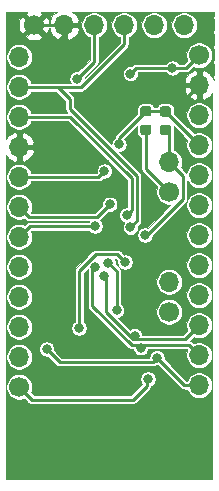
<source format=gbr>
G04 #@! TF.GenerationSoftware,KiCad,Pcbnew,5.1.6+dfsg1-1~bpo9+1*
G04 #@! TF.CreationDate,2020-06-19T12:03:56+02:00*
G04 #@! TF.ProjectId,RF-Arduino-Pro-Mini,52462d41-7264-4756-996e-6f2d50726f2d,rev?*
G04 #@! TF.SameCoordinates,Original*
G04 #@! TF.FileFunction,Copper,L2,Bot*
G04 #@! TF.FilePolarity,Positive*
%FSLAX46Y46*%
G04 Gerber Fmt 4.6, Leading zero omitted, Abs format (unit mm)*
G04 Created by KiCad (PCBNEW 5.1.6+dfsg1-1~bpo9+1) date 2020-06-19 12:03:56*
%MOMM*%
%LPD*%
G01*
G04 APERTURE LIST*
G04 #@! TA.AperFunction,ComponentPad*
%ADD10O,1.700000X1.700000*%
G04 #@! TD*
G04 #@! TA.AperFunction,ComponentPad*
%ADD11C,1.700000*%
G04 #@! TD*
G04 #@! TA.AperFunction,ViaPad*
%ADD12C,0.800000*%
G04 #@! TD*
G04 #@! TA.AperFunction,ViaPad*
%ADD13C,0.400000*%
G04 #@! TD*
G04 #@! TA.AperFunction,Conductor*
%ADD14C,0.250000*%
G04 #@! TD*
G04 #@! TA.AperFunction,Conductor*
%ADD15C,0.100000*%
G04 #@! TD*
G04 APERTURE END LIST*
D10*
X128270000Y-97950000D03*
D11*
X128270000Y-100490000D03*
X128270000Y-110650000D03*
D10*
X128270000Y-108110000D03*
D11*
X116840000Y-86360000D03*
D10*
X119380000Y-86360000D03*
X121920000Y-86360000D03*
X124460000Y-86360000D03*
X127000000Y-86360000D03*
X129540000Y-86360000D03*
D11*
X130810000Y-88900000D03*
D10*
X130810000Y-91440000D03*
X130810000Y-93980000D03*
X130810000Y-96520000D03*
X130810000Y-99060000D03*
X130810000Y-101600000D03*
X130810000Y-104140000D03*
X130810000Y-106680000D03*
X130810000Y-109220000D03*
X130810000Y-111760000D03*
X130810000Y-114300000D03*
X130810000Y-116840000D03*
X115570000Y-89060000D03*
X115570000Y-91600000D03*
X115570000Y-94140000D03*
X115570000Y-96680000D03*
X115570000Y-99220000D03*
X115570000Y-101760000D03*
X115570000Y-104300000D03*
X115570000Y-106840000D03*
X115570000Y-109380000D03*
X115570000Y-111920000D03*
X115570000Y-114460000D03*
D11*
X115570000Y-117000000D03*
G04 #@! TA.AperFunction,SMDPad,CuDef*
G36*
G01*
X126036230Y-94794800D02*
X126548730Y-94794800D01*
G75*
G02*
X126767480Y-95013550I0J-218750D01*
G01*
X126767480Y-95451050D01*
G75*
G02*
X126548730Y-95669800I-218750J0D01*
G01*
X126036230Y-95669800D01*
G75*
G02*
X125817480Y-95451050I0J218750D01*
G01*
X125817480Y-95013550D01*
G75*
G02*
X126036230Y-94794800I218750J0D01*
G01*
G37*
G04 #@! TD.AperFunction*
G04 #@! TA.AperFunction,SMDPad,CuDef*
G36*
G01*
X126036230Y-93219800D02*
X126548730Y-93219800D01*
G75*
G02*
X126767480Y-93438550I0J-218750D01*
G01*
X126767480Y-93876050D01*
G75*
G02*
X126548730Y-94094800I-218750J0D01*
G01*
X126036230Y-94094800D01*
G75*
G02*
X125817480Y-93876050I0J218750D01*
G01*
X125817480Y-93438550D01*
G75*
G02*
X126036230Y-93219800I218750J0D01*
G01*
G37*
G04 #@! TD.AperFunction*
G04 #@! TA.AperFunction,SMDPad,CuDef*
G36*
G01*
X127697390Y-93224880D02*
X128209890Y-93224880D01*
G75*
G02*
X128428640Y-93443630I0J-218750D01*
G01*
X128428640Y-93881130D01*
G75*
G02*
X128209890Y-94099880I-218750J0D01*
G01*
X127697390Y-94099880D01*
G75*
G02*
X127478640Y-93881130I0J218750D01*
G01*
X127478640Y-93443630D01*
G75*
G02*
X127697390Y-93224880I218750J0D01*
G01*
G37*
G04 #@! TD.AperFunction*
G04 #@! TA.AperFunction,SMDPad,CuDef*
G36*
G01*
X127697390Y-94799880D02*
X128209890Y-94799880D01*
G75*
G02*
X128428640Y-95018630I0J-218750D01*
G01*
X128428640Y-95456130D01*
G75*
G02*
X128209890Y-95674880I-218750J0D01*
G01*
X127697390Y-95674880D01*
G75*
G02*
X127478640Y-95456130I0J218750D01*
G01*
X127478640Y-95018630D01*
G75*
G02*
X127697390Y-94799880I218750J0D01*
G01*
G37*
G04 #@! TD.AperFunction*
D12*
X124536200Y-106426000D03*
X120650000Y-112014000D03*
X121793000Y-101473000D03*
X124942600Y-104978200D03*
X125298200Y-92202000D03*
X118084600Y-88442800D03*
X123977400Y-90220800D03*
X120370600Y-97891600D03*
X129311400Y-92710000D03*
X124968000Y-110794800D03*
X126824725Y-108836475D03*
X119811800Y-110566200D03*
X130556000Y-118846600D03*
X120904000Y-116459000D03*
X115570000Y-122174000D03*
D13*
X129286000Y-123672600D03*
X119126000Y-123698000D03*
D12*
X115595400Y-120192800D03*
X130556000Y-121361200D03*
D13*
X122936000Y-124460000D03*
X122174000Y-124460000D03*
X121412000Y-124460000D03*
X120650000Y-124460000D03*
X119888000Y-124460000D03*
X119126000Y-124460000D03*
X116078000Y-124460000D03*
X116840000Y-124460000D03*
X118364000Y-124460000D03*
X117602000Y-124460000D03*
X127762000Y-124460000D03*
X130810000Y-124460000D03*
X130048000Y-124460000D03*
X129286000Y-124460000D03*
X128524000Y-124460000D03*
X127762000Y-123698000D03*
X127000000Y-122936000D03*
X116078000Y-123698000D03*
X130810000Y-123698000D03*
X117602000Y-123698000D03*
D12*
X124688600Y-102438200D03*
X120472200Y-90906600D03*
X124028200Y-96469200D03*
X123826307Y-110523780D03*
X123113800Y-106502200D03*
X128549400Y-89992200D03*
X124993400Y-90474800D03*
X124993400Y-103479600D03*
X126238000Y-104140000D03*
X117902865Y-113788850D03*
X127254000Y-114528600D03*
X122021600Y-106883200D03*
X125857000Y-113678800D03*
X125349000Y-112649000D03*
X122758200Y-107569000D03*
X126492000Y-116332000D03*
X121996200Y-103378000D03*
X123243001Y-101523800D03*
X122785847Y-98715953D03*
D14*
X124136201Y-106026001D02*
X124536200Y-106426000D01*
X123887399Y-105777199D02*
X124136201Y-106026001D01*
X122054599Y-105777199D02*
X123887399Y-105777199D01*
X120650000Y-107181798D02*
X122054599Y-105777199D01*
X120650000Y-112014000D02*
X120650000Y-107181798D01*
X130810000Y-91440000D02*
X126365000Y-91440000D01*
X118042081Y-86360000D02*
X119380000Y-86360000D01*
X116840000Y-86360000D02*
X118042081Y-86360000D01*
X119380000Y-87147400D02*
X119380000Y-86360000D01*
X118084600Y-88442800D02*
X119380000Y-87147400D01*
X126002999Y-91802001D02*
X126365000Y-91440000D01*
X125698199Y-91802001D02*
X126002999Y-91802001D01*
X125298200Y-92202000D02*
X125698199Y-91802001D01*
X123977400Y-90881200D02*
X125298200Y-92202000D01*
X123977400Y-90220800D02*
X123977400Y-90881200D01*
X121793000Y-101473000D02*
X123723400Y-99542600D01*
X120370600Y-97891600D02*
X122986800Y-97891600D01*
X123723400Y-98628200D02*
X123723400Y-99542600D01*
X122986800Y-97891600D02*
X123723400Y-98628200D01*
X130810000Y-91677056D02*
X130810000Y-91440000D01*
X126824725Y-108938075D02*
X126824725Y-108836475D01*
X124968000Y-110794800D02*
X126824725Y-108938075D01*
X129540000Y-92710000D02*
X130810000Y-91440000D01*
X129311400Y-92710000D02*
X129540000Y-92710000D01*
X116772081Y-94140000D02*
X115570000Y-94140000D01*
X119901802Y-94140000D02*
X116772081Y-94140000D01*
X125088599Y-99326797D02*
X119901802Y-94140000D01*
X125088599Y-102038201D02*
X125088599Y-99326797D01*
X124688600Y-102438200D02*
X125088599Y-102038201D01*
X121920000Y-89458800D02*
X120472200Y-90906600D01*
X121920000Y-86360000D02*
X121920000Y-89458800D01*
X127953640Y-93663640D02*
X127953640Y-93662380D01*
X130810000Y-96520000D02*
X127953640Y-93663640D01*
X126297560Y-93662380D02*
X126292480Y-93657300D01*
X127953640Y-93662380D02*
X126297560Y-93662380D01*
X124028200Y-95921580D02*
X124028200Y-96469200D01*
X126292480Y-93657300D02*
X124028200Y-95921580D01*
X123826307Y-107214707D02*
X123113800Y-106502200D01*
X123826307Y-110523780D02*
X123826307Y-107214707D01*
X129717800Y-89992200D02*
X130810000Y-88900000D01*
X128549400Y-89992200D02*
X129717800Y-89992200D01*
X125476000Y-89992200D02*
X124993400Y-90474800D01*
X128549400Y-89992200D02*
X125476000Y-89992200D01*
X124460000Y-87562081D02*
X124460000Y-86360000D01*
X124460000Y-87991802D02*
X124460000Y-87562081D01*
X120820201Y-91631601D02*
X124460000Y-87991802D01*
X115570000Y-91600000D02*
X115601601Y-91631601D01*
X125552200Y-99153988D02*
X119870212Y-93472000D01*
X125552200Y-102920800D02*
X125552200Y-99153988D01*
X124993400Y-103479600D02*
X125552200Y-102920800D01*
X119870212Y-92655213D02*
X118846600Y-91631601D01*
X118846600Y-91631601D02*
X120820201Y-91631601D01*
X119870212Y-93472000D02*
X119870212Y-92655213D01*
X115601601Y-91631601D02*
X118846600Y-91631601D01*
X128270000Y-95553740D02*
X127953640Y-95237380D01*
X128270000Y-97950000D02*
X128270000Y-95553740D01*
X129445001Y-99125001D02*
X129445001Y-101054001D01*
X129445001Y-101054001D02*
X126359002Y-104140000D01*
X128270000Y-97950000D02*
X129445001Y-99125001D01*
X126359002Y-104140000D02*
X126238000Y-104140000D01*
X126292480Y-98512480D02*
X126292480Y-95232300D01*
X128270000Y-100490000D02*
X126292480Y-98512480D01*
X130568651Y-116598651D02*
X130810000Y-116840000D01*
X130810000Y-116840000D02*
X130810000Y-117195600D01*
X130378200Y-116408200D02*
X130810000Y-116840000D01*
X129565400Y-116840000D02*
X127254000Y-114528600D01*
X130810000Y-116840000D02*
X129565400Y-116840000D01*
X117902865Y-113788850D02*
X118998215Y-114884200D01*
X126898400Y-114884200D02*
X127254000Y-114528600D01*
X118998215Y-114884200D02*
X126898400Y-114884200D01*
X125090813Y-113450001D02*
X121746609Y-110105797D01*
X130810000Y-114300000D02*
X129960001Y-113450001D01*
X121746609Y-107107391D02*
X122021600Y-106832400D01*
X121746609Y-110105797D02*
X121746609Y-107107391D01*
X125817999Y-113717801D02*
X125857000Y-113678800D01*
X129960001Y-113450001D02*
X125817999Y-113450001D01*
X125817999Y-113450001D02*
X125817999Y-113717801D01*
X125388001Y-113450001D02*
X125628201Y-113450001D01*
X125817999Y-113450001D02*
X125388001Y-113450001D01*
X125628201Y-113450001D02*
X125857000Y-113678800D01*
X125388001Y-113450001D02*
X125090813Y-113450001D01*
X125231022Y-112953800D02*
X125231022Y-112766978D01*
X125231022Y-112766978D02*
X125349000Y-112649000D01*
X122910600Y-110633378D02*
X122910600Y-107721400D01*
X122910600Y-107721400D02*
X122758200Y-107569000D01*
X125231022Y-112953800D02*
X122910600Y-110633378D01*
X130810000Y-111760000D02*
X129616200Y-112953800D01*
X129616200Y-112953800D02*
X125231022Y-112953800D01*
X125206693Y-118073001D02*
X126376947Y-116902747D01*
X116643001Y-118073001D02*
X125206693Y-118073001D01*
X115570000Y-117000000D02*
X116643001Y-118073001D01*
X126376947Y-116447053D02*
X126492000Y-116332000D01*
X126376947Y-116902747D02*
X126376947Y-116447053D01*
X115682856Y-104187144D02*
X115570000Y-104300000D01*
X116492000Y-103378000D02*
X115570000Y-104300000D01*
X121996200Y-103378000D02*
X116492000Y-103378000D01*
X122843002Y-101923799D02*
X123243001Y-101523800D01*
X116419999Y-102609999D02*
X122156802Y-102609999D01*
X122156802Y-102609999D02*
X122843002Y-101923799D01*
X115570000Y-101760000D02*
X116419999Y-102609999D01*
X122281800Y-99220000D02*
X115570000Y-99220000D01*
X122785847Y-98715953D02*
X122281800Y-99220000D01*
D15*
G36*
X116152529Y-85384029D02*
G01*
X116840000Y-86071500D01*
X117527471Y-85384029D01*
X117452780Y-85235000D01*
X118737824Y-85235000D01*
X118575677Y-85338684D01*
X118391883Y-85515224D01*
X118246062Y-85724228D01*
X118143817Y-85957665D01*
X118208596Y-86155998D01*
X118126142Y-86155998D01*
X118082465Y-85956670D01*
X118003753Y-85766642D01*
X117815971Y-85672529D01*
X117128500Y-86360000D01*
X117815971Y-87047471D01*
X118003753Y-86953358D01*
X118097150Y-86714920D01*
X118124143Y-86564002D01*
X118208596Y-86564002D01*
X118143817Y-86762335D01*
X118246062Y-86995772D01*
X118391883Y-87204776D01*
X118575677Y-87381316D01*
X118790381Y-87518607D01*
X118977666Y-87596175D01*
X119176000Y-87529846D01*
X119176000Y-86564000D01*
X119584000Y-86564000D01*
X119584000Y-87529846D01*
X119782334Y-87596175D01*
X119969619Y-87518607D01*
X120184323Y-87381316D01*
X120368117Y-87204776D01*
X120513938Y-86995772D01*
X120616183Y-86762335D01*
X120551403Y-86564000D01*
X119584000Y-86564000D01*
X119176000Y-86564000D01*
X119156000Y-86564000D01*
X119156000Y-86156000D01*
X119176000Y-86156000D01*
X119176000Y-86136000D01*
X119584000Y-86136000D01*
X119584000Y-86156000D01*
X120551403Y-86156000D01*
X120616183Y-85957665D01*
X120513938Y-85724228D01*
X120368117Y-85515224D01*
X120184323Y-85338684D01*
X120022176Y-85235000D01*
X132030000Y-85235000D01*
X132030000Y-85548784D01*
X132025252Y-85560246D01*
X132004600Y-85664071D01*
X132004600Y-85769929D01*
X132025252Y-85873754D01*
X132030000Y-85885216D01*
X132030000Y-86798784D01*
X132025252Y-86810246D01*
X132004600Y-86914071D01*
X132004600Y-87019929D01*
X132025252Y-87123754D01*
X132030000Y-87135216D01*
X132030000Y-88048784D01*
X132025252Y-88060246D01*
X132004600Y-88164071D01*
X132004600Y-88269929D01*
X132025252Y-88373754D01*
X132030000Y-88385216D01*
X132030000Y-89298784D01*
X132025252Y-89310246D01*
X132004600Y-89414071D01*
X132004600Y-89519929D01*
X132025252Y-89623754D01*
X132030000Y-89635216D01*
X132030000Y-90548784D01*
X132025252Y-90560246D01*
X132004600Y-90664071D01*
X132004600Y-90769929D01*
X132025252Y-90873754D01*
X132030000Y-90885216D01*
X132030000Y-90998612D01*
X131968607Y-90850381D01*
X131831316Y-90635677D01*
X131654776Y-90451883D01*
X131445772Y-90306062D01*
X131212335Y-90203817D01*
X131014000Y-90268597D01*
X131014000Y-91236000D01*
X131034000Y-91236000D01*
X131034000Y-91644000D01*
X131014000Y-91644000D01*
X131014000Y-92611403D01*
X131212335Y-92676183D01*
X131445772Y-92573938D01*
X131654776Y-92428117D01*
X131831316Y-92244323D01*
X131935000Y-92082176D01*
X131935001Y-124765600D01*
X114445000Y-124765600D01*
X114445000Y-116891659D01*
X114470000Y-116891659D01*
X114470000Y-117108341D01*
X114512273Y-117320858D01*
X114595193Y-117521045D01*
X114715575Y-117701209D01*
X114868791Y-117854425D01*
X115048955Y-117974807D01*
X115249142Y-118057727D01*
X115461659Y-118100000D01*
X115678341Y-118100000D01*
X115890858Y-118057727D01*
X116036903Y-117997233D01*
X116364810Y-118325140D01*
X116376553Y-118339449D01*
X116390860Y-118351190D01*
X116433654Y-118386311D01*
X116478108Y-118410071D01*
X116498801Y-118421132D01*
X116569488Y-118442575D01*
X116624582Y-118448001D01*
X116624585Y-118448001D01*
X116643001Y-118449815D01*
X116661417Y-118448001D01*
X125188277Y-118448001D01*
X125206693Y-118449815D01*
X125225109Y-118448001D01*
X125225112Y-118448001D01*
X125280206Y-118442575D01*
X125350893Y-118421132D01*
X125416040Y-118386310D01*
X125473141Y-118339449D01*
X125484888Y-118325135D01*
X126629087Y-117180937D01*
X126643395Y-117169195D01*
X126690256Y-117112094D01*
X126725078Y-117046947D01*
X126746521Y-116976260D01*
X126751258Y-116928167D01*
X126799890Y-116908022D01*
X126906351Y-116836888D01*
X126996888Y-116746351D01*
X127068022Y-116639890D01*
X127117021Y-116521598D01*
X127142000Y-116396019D01*
X127142000Y-116267981D01*
X127117021Y-116142402D01*
X127068022Y-116024110D01*
X126996888Y-115917649D01*
X126906351Y-115827112D01*
X126799890Y-115755978D01*
X126681598Y-115706979D01*
X126556019Y-115682000D01*
X126427981Y-115682000D01*
X126302402Y-115706979D01*
X126184110Y-115755978D01*
X126077649Y-115827112D01*
X125987112Y-115917649D01*
X125915978Y-116024110D01*
X125866979Y-116142402D01*
X125842000Y-116267981D01*
X125842000Y-116396019D01*
X125866979Y-116521598D01*
X125915978Y-116639890D01*
X125987112Y-116746351D01*
X125995063Y-116754302D01*
X125051364Y-117698001D01*
X116798331Y-117698001D01*
X116567233Y-117466903D01*
X116627727Y-117320858D01*
X116670000Y-117108341D01*
X116670000Y-116891659D01*
X116627727Y-116679142D01*
X116544807Y-116478955D01*
X116424425Y-116298791D01*
X116271209Y-116145575D01*
X116091045Y-116025193D01*
X115890858Y-115942273D01*
X115678341Y-115900000D01*
X115461659Y-115900000D01*
X115249142Y-115942273D01*
X115048955Y-116025193D01*
X114868791Y-116145575D01*
X114715575Y-116298791D01*
X114595193Y-116478955D01*
X114512273Y-116679142D01*
X114470000Y-116891659D01*
X114445000Y-116891659D01*
X114445000Y-114351659D01*
X114470000Y-114351659D01*
X114470000Y-114568341D01*
X114512273Y-114780858D01*
X114595193Y-114981045D01*
X114715575Y-115161209D01*
X114868791Y-115314425D01*
X115048955Y-115434807D01*
X115249142Y-115517727D01*
X115461659Y-115560000D01*
X115678341Y-115560000D01*
X115890858Y-115517727D01*
X116091045Y-115434807D01*
X116271209Y-115314425D01*
X116424425Y-115161209D01*
X116544807Y-114981045D01*
X116627727Y-114780858D01*
X116670000Y-114568341D01*
X116670000Y-114351659D01*
X116627727Y-114139142D01*
X116544807Y-113938955D01*
X116424425Y-113758791D01*
X116390465Y-113724831D01*
X117252865Y-113724831D01*
X117252865Y-113852869D01*
X117277844Y-113978448D01*
X117326843Y-114096740D01*
X117397977Y-114203201D01*
X117488514Y-114293738D01*
X117594975Y-114364872D01*
X117713267Y-114413871D01*
X117838846Y-114438850D01*
X117966884Y-114438850D01*
X118013303Y-114429617D01*
X118720024Y-115136339D01*
X118731767Y-115150648D01*
X118788868Y-115197509D01*
X118854015Y-115232331D01*
X118924702Y-115253774D01*
X118979796Y-115259200D01*
X118979799Y-115259200D01*
X118998215Y-115261014D01*
X119016631Y-115259200D01*
X126879984Y-115259200D01*
X126898400Y-115261014D01*
X126916816Y-115259200D01*
X126916819Y-115259200D01*
X126971913Y-115253774D01*
X127042600Y-115232331D01*
X127107747Y-115197509D01*
X127142336Y-115169123D01*
X127189981Y-115178600D01*
X127318019Y-115178600D01*
X127364438Y-115169367D01*
X129287214Y-117092145D01*
X129298952Y-117106448D01*
X129313255Y-117118186D01*
X129313258Y-117118189D01*
X129356053Y-117153309D01*
X129421200Y-117188131D01*
X129491887Y-117209574D01*
X129546981Y-117215000D01*
X129546983Y-117215000D01*
X129565399Y-117216814D01*
X129583815Y-117215000D01*
X129774699Y-117215000D01*
X129835193Y-117361045D01*
X129955575Y-117541209D01*
X130108791Y-117694425D01*
X130288955Y-117814807D01*
X130489142Y-117897727D01*
X130701659Y-117940000D01*
X130918341Y-117940000D01*
X131130858Y-117897727D01*
X131331045Y-117814807D01*
X131511209Y-117694425D01*
X131664425Y-117541209D01*
X131784807Y-117361045D01*
X131867727Y-117160858D01*
X131910000Y-116948341D01*
X131910000Y-116731659D01*
X131867727Y-116519142D01*
X131784807Y-116318955D01*
X131664425Y-116138791D01*
X131511209Y-115985575D01*
X131331045Y-115865193D01*
X131130858Y-115782273D01*
X130918341Y-115740000D01*
X130701659Y-115740000D01*
X130489142Y-115782273D01*
X130288955Y-115865193D01*
X130108791Y-115985575D01*
X129955575Y-116138791D01*
X129835193Y-116318955D01*
X129774699Y-116465000D01*
X129720731Y-116465000D01*
X127894767Y-114639038D01*
X127904000Y-114592619D01*
X127904000Y-114464581D01*
X127879021Y-114339002D01*
X127830022Y-114220710D01*
X127758888Y-114114249D01*
X127668351Y-114023712D01*
X127561890Y-113952578D01*
X127443598Y-113903579D01*
X127318019Y-113878600D01*
X127189981Y-113878600D01*
X127064402Y-113903579D01*
X126946110Y-113952578D01*
X126839649Y-114023712D01*
X126749112Y-114114249D01*
X126677978Y-114220710D01*
X126628979Y-114339002D01*
X126604000Y-114464581D01*
X126604000Y-114509200D01*
X119153545Y-114509200D01*
X118543632Y-113899288D01*
X118552865Y-113852869D01*
X118552865Y-113724831D01*
X118527886Y-113599252D01*
X118478887Y-113480960D01*
X118407753Y-113374499D01*
X118317216Y-113283962D01*
X118210755Y-113212828D01*
X118092463Y-113163829D01*
X117966884Y-113138850D01*
X117838846Y-113138850D01*
X117713267Y-113163829D01*
X117594975Y-113212828D01*
X117488514Y-113283962D01*
X117397977Y-113374499D01*
X117326843Y-113480960D01*
X117277844Y-113599252D01*
X117252865Y-113724831D01*
X116390465Y-113724831D01*
X116271209Y-113605575D01*
X116091045Y-113485193D01*
X115890858Y-113402273D01*
X115678341Y-113360000D01*
X115461659Y-113360000D01*
X115249142Y-113402273D01*
X115048955Y-113485193D01*
X114868791Y-113605575D01*
X114715575Y-113758791D01*
X114595193Y-113938955D01*
X114512273Y-114139142D01*
X114470000Y-114351659D01*
X114445000Y-114351659D01*
X114445000Y-111811659D01*
X114470000Y-111811659D01*
X114470000Y-112028341D01*
X114512273Y-112240858D01*
X114595193Y-112441045D01*
X114715575Y-112621209D01*
X114868791Y-112774425D01*
X115048955Y-112894807D01*
X115249142Y-112977727D01*
X115461659Y-113020000D01*
X115678341Y-113020000D01*
X115890858Y-112977727D01*
X116091045Y-112894807D01*
X116271209Y-112774425D01*
X116424425Y-112621209D01*
X116544807Y-112441045D01*
X116627727Y-112240858D01*
X116670000Y-112028341D01*
X116670000Y-111949981D01*
X120000000Y-111949981D01*
X120000000Y-112078019D01*
X120024979Y-112203598D01*
X120073978Y-112321890D01*
X120145112Y-112428351D01*
X120235649Y-112518888D01*
X120342110Y-112590022D01*
X120460402Y-112639021D01*
X120585981Y-112664000D01*
X120714019Y-112664000D01*
X120839598Y-112639021D01*
X120957890Y-112590022D01*
X121064351Y-112518888D01*
X121154888Y-112428351D01*
X121226022Y-112321890D01*
X121275021Y-112203598D01*
X121300000Y-112078019D01*
X121300000Y-111949981D01*
X121275021Y-111824402D01*
X121226022Y-111706110D01*
X121154888Y-111599649D01*
X121064351Y-111509112D01*
X121025000Y-111482819D01*
X121025000Y-107337127D01*
X121378785Y-106983342D01*
X121384164Y-107010382D01*
X121377036Y-107033879D01*
X121369795Y-107107391D01*
X121371610Y-107125817D01*
X121371609Y-110087381D01*
X121369795Y-110105797D01*
X121371609Y-110124213D01*
X121371609Y-110124215D01*
X121377035Y-110179309D01*
X121398478Y-110249996D01*
X121433300Y-110315143D01*
X121480161Y-110372245D01*
X121494475Y-110383992D01*
X124812622Y-113702140D01*
X124824365Y-113716449D01*
X124838672Y-113728190D01*
X124881466Y-113763311D01*
X124925920Y-113787071D01*
X124946613Y-113798132D01*
X125017300Y-113819575D01*
X125072394Y-113825001D01*
X125072397Y-113825001D01*
X125090813Y-113826815D01*
X125109229Y-113825001D01*
X125223347Y-113825001D01*
X125231979Y-113868398D01*
X125280978Y-113986690D01*
X125352112Y-114093151D01*
X125442649Y-114183688D01*
X125549110Y-114254822D01*
X125667402Y-114303821D01*
X125792981Y-114328800D01*
X125921019Y-114328800D01*
X126046598Y-114303821D01*
X126164890Y-114254822D01*
X126271351Y-114183688D01*
X126361888Y-114093151D01*
X126433022Y-113986690D01*
X126482021Y-113868398D01*
X126490653Y-113825001D01*
X129804672Y-113825001D01*
X129812767Y-113833096D01*
X129752273Y-113979142D01*
X129710000Y-114191659D01*
X129710000Y-114408341D01*
X129752273Y-114620858D01*
X129835193Y-114821045D01*
X129955575Y-115001209D01*
X130108791Y-115154425D01*
X130288955Y-115274807D01*
X130489142Y-115357727D01*
X130701659Y-115400000D01*
X130918341Y-115400000D01*
X131130858Y-115357727D01*
X131331045Y-115274807D01*
X131511209Y-115154425D01*
X131664425Y-115001209D01*
X131784807Y-114821045D01*
X131867727Y-114620858D01*
X131910000Y-114408341D01*
X131910000Y-114191659D01*
X131867727Y-113979142D01*
X131784807Y-113778955D01*
X131664425Y-113598791D01*
X131511209Y-113445575D01*
X131331045Y-113325193D01*
X131130858Y-113242273D01*
X130918341Y-113200000D01*
X130701659Y-113200000D01*
X130489142Y-113242273D01*
X130343096Y-113302767D01*
X130238196Y-113197867D01*
X130226449Y-113183553D01*
X130169348Y-113136692D01*
X130104201Y-113101870D01*
X130033514Y-113080427D01*
X130021123Y-113079207D01*
X130343096Y-112757233D01*
X130489142Y-112817727D01*
X130701659Y-112860000D01*
X130918341Y-112860000D01*
X131130858Y-112817727D01*
X131331045Y-112734807D01*
X131511209Y-112614425D01*
X131664425Y-112461209D01*
X131784807Y-112281045D01*
X131867727Y-112080858D01*
X131910000Y-111868341D01*
X131910000Y-111651659D01*
X131867727Y-111439142D01*
X131784807Y-111238955D01*
X131664425Y-111058791D01*
X131511209Y-110905575D01*
X131331045Y-110785193D01*
X131130858Y-110702273D01*
X130918341Y-110660000D01*
X130701659Y-110660000D01*
X130489142Y-110702273D01*
X130288955Y-110785193D01*
X130108791Y-110905575D01*
X129955575Y-111058791D01*
X129835193Y-111238955D01*
X129752273Y-111439142D01*
X129710000Y-111651659D01*
X129710000Y-111868341D01*
X129752273Y-112080858D01*
X129812767Y-112226904D01*
X129460871Y-112578800D01*
X125997771Y-112578800D01*
X125974021Y-112459402D01*
X125925022Y-112341110D01*
X125853888Y-112234649D01*
X125763351Y-112144112D01*
X125656890Y-112072978D01*
X125538598Y-112023979D01*
X125413019Y-111999000D01*
X125284981Y-111999000D01*
X125159402Y-112023979D01*
X125041110Y-112072978D01*
X124944849Y-112137297D01*
X123966233Y-111158681D01*
X124015905Y-111148801D01*
X124134197Y-111099802D01*
X124240658Y-111028668D01*
X124331195Y-110938131D01*
X124402329Y-110831670D01*
X124451328Y-110713378D01*
X124476307Y-110587799D01*
X124476307Y-110541659D01*
X127170000Y-110541659D01*
X127170000Y-110758341D01*
X127212273Y-110970858D01*
X127295193Y-111171045D01*
X127415575Y-111351209D01*
X127568791Y-111504425D01*
X127748955Y-111624807D01*
X127949142Y-111707727D01*
X128161659Y-111750000D01*
X128378341Y-111750000D01*
X128590858Y-111707727D01*
X128791045Y-111624807D01*
X128971209Y-111504425D01*
X129124425Y-111351209D01*
X129244807Y-111171045D01*
X129327727Y-110970858D01*
X129370000Y-110758341D01*
X129370000Y-110541659D01*
X129327727Y-110329142D01*
X129244807Y-110128955D01*
X129124425Y-109948791D01*
X128971209Y-109795575D01*
X128791045Y-109675193D01*
X128590858Y-109592273D01*
X128378341Y-109550000D01*
X128161659Y-109550000D01*
X127949142Y-109592273D01*
X127748955Y-109675193D01*
X127568791Y-109795575D01*
X127415575Y-109948791D01*
X127295193Y-110128955D01*
X127212273Y-110329142D01*
X127170000Y-110541659D01*
X124476307Y-110541659D01*
X124476307Y-110459761D01*
X124451328Y-110334182D01*
X124402329Y-110215890D01*
X124331195Y-110109429D01*
X124240658Y-110018892D01*
X124201307Y-109992599D01*
X124201307Y-108001659D01*
X127170000Y-108001659D01*
X127170000Y-108218341D01*
X127212273Y-108430858D01*
X127295193Y-108631045D01*
X127415575Y-108811209D01*
X127568791Y-108964425D01*
X127748955Y-109084807D01*
X127949142Y-109167727D01*
X128161659Y-109210000D01*
X128378341Y-109210000D01*
X128590858Y-109167727D01*
X128726218Y-109111659D01*
X129710000Y-109111659D01*
X129710000Y-109328341D01*
X129752273Y-109540858D01*
X129835193Y-109741045D01*
X129955575Y-109921209D01*
X130108791Y-110074425D01*
X130288955Y-110194807D01*
X130489142Y-110277727D01*
X130701659Y-110320000D01*
X130918341Y-110320000D01*
X131130858Y-110277727D01*
X131331045Y-110194807D01*
X131511209Y-110074425D01*
X131664425Y-109921209D01*
X131784807Y-109741045D01*
X131867727Y-109540858D01*
X131910000Y-109328341D01*
X131910000Y-109111659D01*
X131867727Y-108899142D01*
X131784807Y-108698955D01*
X131664425Y-108518791D01*
X131511209Y-108365575D01*
X131331045Y-108245193D01*
X131130858Y-108162273D01*
X130918341Y-108120000D01*
X130701659Y-108120000D01*
X130489142Y-108162273D01*
X130288955Y-108245193D01*
X130108791Y-108365575D01*
X129955575Y-108518791D01*
X129835193Y-108698955D01*
X129752273Y-108899142D01*
X129710000Y-109111659D01*
X128726218Y-109111659D01*
X128791045Y-109084807D01*
X128971209Y-108964425D01*
X129124425Y-108811209D01*
X129244807Y-108631045D01*
X129327727Y-108430858D01*
X129370000Y-108218341D01*
X129370000Y-108001659D01*
X129327727Y-107789142D01*
X129244807Y-107588955D01*
X129124425Y-107408791D01*
X128971209Y-107255575D01*
X128791045Y-107135193D01*
X128590858Y-107052273D01*
X128378341Y-107010000D01*
X128161659Y-107010000D01*
X127949142Y-107052273D01*
X127748955Y-107135193D01*
X127568791Y-107255575D01*
X127415575Y-107408791D01*
X127295193Y-107588955D01*
X127212273Y-107789142D01*
X127170000Y-108001659D01*
X124201307Y-108001659D01*
X124201307Y-107233122D01*
X124203121Y-107214706D01*
X124199880Y-107181798D01*
X124195881Y-107141194D01*
X124174438Y-107070507D01*
X124164023Y-107051021D01*
X124139616Y-107005360D01*
X124112609Y-106972452D01*
X124092755Y-106948259D01*
X124078446Y-106936516D01*
X123754567Y-106612637D01*
X123763800Y-106566219D01*
X123763800Y-106438181D01*
X123738821Y-106312602D01*
X123689822Y-106194310D01*
X123661685Y-106152199D01*
X123732070Y-106152199D01*
X123895433Y-106315562D01*
X123886200Y-106361981D01*
X123886200Y-106490019D01*
X123911179Y-106615598D01*
X123960178Y-106733890D01*
X124031312Y-106840351D01*
X124121849Y-106930888D01*
X124228310Y-107002022D01*
X124346602Y-107051021D01*
X124472181Y-107076000D01*
X124600219Y-107076000D01*
X124725798Y-107051021D01*
X124844090Y-107002022D01*
X124950551Y-106930888D01*
X125041088Y-106840351D01*
X125112222Y-106733890D01*
X125161221Y-106615598D01*
X125169960Y-106571659D01*
X129710000Y-106571659D01*
X129710000Y-106788341D01*
X129752273Y-107000858D01*
X129835193Y-107201045D01*
X129955575Y-107381209D01*
X130108791Y-107534425D01*
X130288955Y-107654807D01*
X130489142Y-107737727D01*
X130701659Y-107780000D01*
X130918341Y-107780000D01*
X131130858Y-107737727D01*
X131331045Y-107654807D01*
X131511209Y-107534425D01*
X131664425Y-107381209D01*
X131784807Y-107201045D01*
X131867727Y-107000858D01*
X131910000Y-106788341D01*
X131910000Y-106571659D01*
X131867727Y-106359142D01*
X131784807Y-106158955D01*
X131664425Y-105978791D01*
X131511209Y-105825575D01*
X131331045Y-105705193D01*
X131130858Y-105622273D01*
X130918341Y-105580000D01*
X130701659Y-105580000D01*
X130489142Y-105622273D01*
X130288955Y-105705193D01*
X130108791Y-105825575D01*
X129955575Y-105978791D01*
X129835193Y-106158955D01*
X129752273Y-106359142D01*
X129710000Y-106571659D01*
X125169960Y-106571659D01*
X125186200Y-106490019D01*
X125186200Y-106361981D01*
X125161221Y-106236402D01*
X125112222Y-106118110D01*
X125041088Y-106011649D01*
X124950551Y-105921112D01*
X124844090Y-105849978D01*
X124725798Y-105800979D01*
X124600219Y-105776000D01*
X124472181Y-105776000D01*
X124425762Y-105785233D01*
X124165594Y-105525065D01*
X124153847Y-105510751D01*
X124096746Y-105463890D01*
X124031599Y-105429068D01*
X123960912Y-105407625D01*
X123905818Y-105402199D01*
X123905815Y-105402199D01*
X123887399Y-105400385D01*
X123868983Y-105402199D01*
X122073015Y-105402199D01*
X122054599Y-105400385D01*
X122036183Y-105402199D01*
X122036180Y-105402199D01*
X121981086Y-105407625D01*
X121910399Y-105429068D01*
X121845252Y-105463890D01*
X121788151Y-105510751D01*
X121776408Y-105525060D01*
X120397862Y-106903607D01*
X120383553Y-106915350D01*
X120360058Y-106943979D01*
X120336691Y-106972452D01*
X120301870Y-107037598D01*
X120280427Y-107108286D01*
X120273186Y-107181798D01*
X120275001Y-107200224D01*
X120275000Y-111482819D01*
X120235649Y-111509112D01*
X120145112Y-111599649D01*
X120073978Y-111706110D01*
X120024979Y-111824402D01*
X120000000Y-111949981D01*
X116670000Y-111949981D01*
X116670000Y-111811659D01*
X116627727Y-111599142D01*
X116544807Y-111398955D01*
X116424425Y-111218791D01*
X116271209Y-111065575D01*
X116091045Y-110945193D01*
X115890858Y-110862273D01*
X115678341Y-110820000D01*
X115461659Y-110820000D01*
X115249142Y-110862273D01*
X115048955Y-110945193D01*
X114868791Y-111065575D01*
X114715575Y-111218791D01*
X114595193Y-111398955D01*
X114512273Y-111599142D01*
X114470000Y-111811659D01*
X114445000Y-111811659D01*
X114445000Y-109271659D01*
X114470000Y-109271659D01*
X114470000Y-109488341D01*
X114512273Y-109700858D01*
X114595193Y-109901045D01*
X114715575Y-110081209D01*
X114868791Y-110234425D01*
X115048955Y-110354807D01*
X115249142Y-110437727D01*
X115461659Y-110480000D01*
X115678341Y-110480000D01*
X115890858Y-110437727D01*
X116091045Y-110354807D01*
X116271209Y-110234425D01*
X116424425Y-110081209D01*
X116544807Y-109901045D01*
X116627727Y-109700858D01*
X116670000Y-109488341D01*
X116670000Y-109271659D01*
X116627727Y-109059142D01*
X116544807Y-108858955D01*
X116424425Y-108678791D01*
X116271209Y-108525575D01*
X116091045Y-108405193D01*
X115890858Y-108322273D01*
X115678341Y-108280000D01*
X115461659Y-108280000D01*
X115249142Y-108322273D01*
X115048955Y-108405193D01*
X114868791Y-108525575D01*
X114715575Y-108678791D01*
X114595193Y-108858955D01*
X114512273Y-109059142D01*
X114470000Y-109271659D01*
X114445000Y-109271659D01*
X114445000Y-106731659D01*
X114470000Y-106731659D01*
X114470000Y-106948341D01*
X114512273Y-107160858D01*
X114595193Y-107361045D01*
X114715575Y-107541209D01*
X114868791Y-107694425D01*
X115048955Y-107814807D01*
X115249142Y-107897727D01*
X115461659Y-107940000D01*
X115678341Y-107940000D01*
X115890858Y-107897727D01*
X116091045Y-107814807D01*
X116271209Y-107694425D01*
X116424425Y-107541209D01*
X116544807Y-107361045D01*
X116627727Y-107160858D01*
X116670000Y-106948341D01*
X116670000Y-106731659D01*
X116627727Y-106519142D01*
X116544807Y-106318955D01*
X116424425Y-106138791D01*
X116271209Y-105985575D01*
X116091045Y-105865193D01*
X115890858Y-105782273D01*
X115678341Y-105740000D01*
X115461659Y-105740000D01*
X115249142Y-105782273D01*
X115048955Y-105865193D01*
X114868791Y-105985575D01*
X114715575Y-106138791D01*
X114595193Y-106318955D01*
X114512273Y-106519142D01*
X114470000Y-106731659D01*
X114445000Y-106731659D01*
X114445000Y-101651659D01*
X114470000Y-101651659D01*
X114470000Y-101868341D01*
X114512273Y-102080858D01*
X114595193Y-102281045D01*
X114715575Y-102461209D01*
X114868791Y-102614425D01*
X115048955Y-102734807D01*
X115249142Y-102817727D01*
X115461659Y-102860000D01*
X115678341Y-102860000D01*
X115890858Y-102817727D01*
X116036903Y-102757233D01*
X116141808Y-102862138D01*
X116153551Y-102876447D01*
X116167858Y-102888188D01*
X116210652Y-102923308D01*
X116247658Y-102943088D01*
X116275799Y-102958130D01*
X116346486Y-102979573D01*
X116401580Y-102984999D01*
X116401582Y-102984999D01*
X116419998Y-102986813D01*
X116438414Y-102984999D01*
X121477047Y-102984999D01*
X121465019Y-103003000D01*
X116510416Y-103003000D01*
X116492000Y-103001186D01*
X116473584Y-103003000D01*
X116473581Y-103003000D01*
X116418487Y-103008426D01*
X116347800Y-103029869D01*
X116282653Y-103064691D01*
X116225552Y-103111552D01*
X116213809Y-103125861D01*
X116036903Y-103302767D01*
X115890858Y-103242273D01*
X115678341Y-103200000D01*
X115461659Y-103200000D01*
X115249142Y-103242273D01*
X115048955Y-103325193D01*
X114868791Y-103445575D01*
X114715575Y-103598791D01*
X114595193Y-103778955D01*
X114512273Y-103979142D01*
X114470000Y-104191659D01*
X114470000Y-104408341D01*
X114512273Y-104620858D01*
X114595193Y-104821045D01*
X114715575Y-105001209D01*
X114868791Y-105154425D01*
X115048955Y-105274807D01*
X115249142Y-105357727D01*
X115461659Y-105400000D01*
X115678341Y-105400000D01*
X115890858Y-105357727D01*
X116091045Y-105274807D01*
X116271209Y-105154425D01*
X116424425Y-105001209D01*
X116544807Y-104821045D01*
X116627727Y-104620858D01*
X116670000Y-104408341D01*
X116670000Y-104191659D01*
X116627727Y-103979142D01*
X116567233Y-103833097D01*
X116647330Y-103753000D01*
X121465019Y-103753000D01*
X121491312Y-103792351D01*
X121581849Y-103882888D01*
X121688310Y-103954022D01*
X121806602Y-104003021D01*
X121932181Y-104028000D01*
X122060219Y-104028000D01*
X122185798Y-104003021D01*
X122304090Y-103954022D01*
X122410551Y-103882888D01*
X122501088Y-103792351D01*
X122572222Y-103685890D01*
X122621221Y-103567598D01*
X122646200Y-103442019D01*
X122646200Y-103313981D01*
X122621221Y-103188402D01*
X122572222Y-103070110D01*
X122501088Y-102963649D01*
X122418107Y-102880668D01*
X122423250Y-102876447D01*
X122434997Y-102862133D01*
X123121190Y-102175941D01*
X123121194Y-102175936D01*
X123132563Y-102164567D01*
X123178982Y-102173800D01*
X123307020Y-102173800D01*
X123432599Y-102148821D01*
X123550891Y-102099822D01*
X123657352Y-102028688D01*
X123747889Y-101938151D01*
X123819023Y-101831690D01*
X123868022Y-101713398D01*
X123893001Y-101587819D01*
X123893001Y-101459781D01*
X123868022Y-101334202D01*
X123819023Y-101215910D01*
X123747889Y-101109449D01*
X123657352Y-101018912D01*
X123550891Y-100947778D01*
X123432599Y-100898779D01*
X123307020Y-100873800D01*
X123178982Y-100873800D01*
X123053403Y-100898779D01*
X122935111Y-100947778D01*
X122828650Y-101018912D01*
X122738113Y-101109449D01*
X122666979Y-101215910D01*
X122617980Y-101334202D01*
X122593001Y-101459781D01*
X122593001Y-101587819D01*
X122602234Y-101634238D01*
X122590865Y-101645607D01*
X122590860Y-101645611D01*
X122001473Y-102234999D01*
X116575329Y-102234999D01*
X116567233Y-102226903D01*
X116627727Y-102080858D01*
X116670000Y-101868341D01*
X116670000Y-101651659D01*
X116627727Y-101439142D01*
X116544807Y-101238955D01*
X116424425Y-101058791D01*
X116271209Y-100905575D01*
X116091045Y-100785193D01*
X115890858Y-100702273D01*
X115678341Y-100660000D01*
X115461659Y-100660000D01*
X115249142Y-100702273D01*
X115048955Y-100785193D01*
X114868791Y-100905575D01*
X114715575Y-101058791D01*
X114595193Y-101238955D01*
X114512273Y-101439142D01*
X114470000Y-101651659D01*
X114445000Y-101651659D01*
X114445000Y-99111659D01*
X114470000Y-99111659D01*
X114470000Y-99328341D01*
X114512273Y-99540858D01*
X114595193Y-99741045D01*
X114715575Y-99921209D01*
X114868791Y-100074425D01*
X115048955Y-100194807D01*
X115249142Y-100277727D01*
X115461659Y-100320000D01*
X115678341Y-100320000D01*
X115890858Y-100277727D01*
X116091045Y-100194807D01*
X116271209Y-100074425D01*
X116424425Y-99921209D01*
X116544807Y-99741045D01*
X116605301Y-99595000D01*
X122263384Y-99595000D01*
X122281800Y-99596814D01*
X122300216Y-99595000D01*
X122300219Y-99595000D01*
X122355313Y-99589574D01*
X122426000Y-99568131D01*
X122491147Y-99533309D01*
X122548248Y-99486448D01*
X122559995Y-99472134D01*
X122675409Y-99356720D01*
X122721828Y-99365953D01*
X122849866Y-99365953D01*
X122975445Y-99340974D01*
X123093737Y-99291975D01*
X123200198Y-99220841D01*
X123290735Y-99130304D01*
X123361869Y-99023843D01*
X123410868Y-98905551D01*
X123435847Y-98779972D01*
X123435847Y-98651934D01*
X123410868Y-98526355D01*
X123361869Y-98408063D01*
X123290735Y-98301602D01*
X123200198Y-98211065D01*
X123093737Y-98139931D01*
X122975445Y-98090932D01*
X122849866Y-98065953D01*
X122721828Y-98065953D01*
X122596249Y-98090932D01*
X122477957Y-98139931D01*
X122371496Y-98211065D01*
X122280959Y-98301602D01*
X122209825Y-98408063D01*
X122160826Y-98526355D01*
X122135847Y-98651934D01*
X122135847Y-98779972D01*
X122145080Y-98826391D01*
X122126471Y-98845000D01*
X116605301Y-98845000D01*
X116544807Y-98698955D01*
X116424425Y-98518791D01*
X116271209Y-98365575D01*
X116091045Y-98245193D01*
X115890858Y-98162273D01*
X115678341Y-98120000D01*
X115461659Y-98120000D01*
X115249142Y-98162273D01*
X115048955Y-98245193D01*
X114868791Y-98365575D01*
X114715575Y-98518791D01*
X114595193Y-98698955D01*
X114512273Y-98899142D01*
X114470000Y-99111659D01*
X114445000Y-99111659D01*
X114445000Y-97322176D01*
X114548684Y-97484323D01*
X114725224Y-97668117D01*
X114934228Y-97813938D01*
X115167665Y-97916183D01*
X115366000Y-97851403D01*
X115366000Y-96884000D01*
X115774000Y-96884000D01*
X115774000Y-97851403D01*
X115972335Y-97916183D01*
X116205772Y-97813938D01*
X116414776Y-97668117D01*
X116591316Y-97484323D01*
X116728607Y-97269619D01*
X116806175Y-97082334D01*
X116739846Y-96884000D01*
X115774000Y-96884000D01*
X115366000Y-96884000D01*
X115346000Y-96884000D01*
X115346000Y-96476000D01*
X115366000Y-96476000D01*
X115366000Y-95508597D01*
X115774000Y-95508597D01*
X115774000Y-96476000D01*
X116739846Y-96476000D01*
X116806175Y-96277666D01*
X116728607Y-96090381D01*
X116591316Y-95875677D01*
X116414776Y-95691883D01*
X116205772Y-95546062D01*
X115972335Y-95443817D01*
X115774000Y-95508597D01*
X115366000Y-95508597D01*
X115167665Y-95443817D01*
X114934228Y-95546062D01*
X114725224Y-95691883D01*
X114548684Y-95875677D01*
X114445000Y-96037824D01*
X114445000Y-91491659D01*
X114470000Y-91491659D01*
X114470000Y-91708341D01*
X114512273Y-91920858D01*
X114595193Y-92121045D01*
X114715575Y-92301209D01*
X114868791Y-92454425D01*
X115048955Y-92574807D01*
X115249142Y-92657727D01*
X115461659Y-92700000D01*
X115678341Y-92700000D01*
X115890858Y-92657727D01*
X116091045Y-92574807D01*
X116271209Y-92454425D01*
X116424425Y-92301209D01*
X116544807Y-92121045D01*
X116592211Y-92006601D01*
X118691271Y-92006601D01*
X119495213Y-92810544D01*
X119495212Y-93453583D01*
X119493398Y-93472000D01*
X119495212Y-93490416D01*
X119495212Y-93490418D01*
X119500638Y-93545512D01*
X119522081Y-93616199D01*
X119556903Y-93681346D01*
X119603764Y-93738448D01*
X119618078Y-93750195D01*
X119632883Y-93765000D01*
X116605301Y-93765000D01*
X116544807Y-93618955D01*
X116424425Y-93438791D01*
X116271209Y-93285575D01*
X116091045Y-93165193D01*
X115890858Y-93082273D01*
X115678341Y-93040000D01*
X115461659Y-93040000D01*
X115249142Y-93082273D01*
X115048955Y-93165193D01*
X114868791Y-93285575D01*
X114715575Y-93438791D01*
X114595193Y-93618955D01*
X114512273Y-93819142D01*
X114470000Y-94031659D01*
X114470000Y-94248341D01*
X114512273Y-94460858D01*
X114595193Y-94661045D01*
X114715575Y-94841209D01*
X114868791Y-94994425D01*
X115048955Y-95114807D01*
X115249142Y-95197727D01*
X115461659Y-95240000D01*
X115678341Y-95240000D01*
X115890858Y-95197727D01*
X116091045Y-95114807D01*
X116271209Y-94994425D01*
X116424425Y-94841209D01*
X116544807Y-94661045D01*
X116605301Y-94515000D01*
X119746473Y-94515000D01*
X124713600Y-99482128D01*
X124713599Y-101788200D01*
X124624581Y-101788200D01*
X124499002Y-101813179D01*
X124380710Y-101862178D01*
X124274249Y-101933312D01*
X124183712Y-102023849D01*
X124112578Y-102130310D01*
X124063579Y-102248602D01*
X124038600Y-102374181D01*
X124038600Y-102502219D01*
X124063579Y-102627798D01*
X124112578Y-102746090D01*
X124183712Y-102852551D01*
X124274249Y-102943088D01*
X124380710Y-103014222D01*
X124493018Y-103060743D01*
X124488512Y-103065249D01*
X124417378Y-103171710D01*
X124368379Y-103290002D01*
X124343400Y-103415581D01*
X124343400Y-103543619D01*
X124368379Y-103669198D01*
X124417378Y-103787490D01*
X124488512Y-103893951D01*
X124579049Y-103984488D01*
X124685510Y-104055622D01*
X124803802Y-104104621D01*
X124929381Y-104129600D01*
X125057419Y-104129600D01*
X125182998Y-104104621D01*
X125301290Y-104055622D01*
X125407751Y-103984488D01*
X125498288Y-103893951D01*
X125569422Y-103787490D01*
X125618421Y-103669198D01*
X125643400Y-103543619D01*
X125643400Y-103415581D01*
X125634167Y-103369163D01*
X125804340Y-103198990D01*
X125818648Y-103187248D01*
X125838623Y-103162908D01*
X125865510Y-103130147D01*
X125891098Y-103082273D01*
X125900331Y-103065000D01*
X125921774Y-102994313D01*
X125927200Y-102939219D01*
X125927200Y-102939216D01*
X125929014Y-102920800D01*
X125927200Y-102902384D01*
X125927200Y-99172403D01*
X125929014Y-99153987D01*
X125926159Y-99125000D01*
X125921774Y-99080475D01*
X125900331Y-99009788D01*
X125877920Y-98967860D01*
X125865509Y-98944640D01*
X125841720Y-98915654D01*
X125818648Y-98887540D01*
X125804339Y-98875797D01*
X124047742Y-97119200D01*
X124092219Y-97119200D01*
X124217798Y-97094221D01*
X124336090Y-97045222D01*
X124442551Y-96974088D01*
X124533088Y-96883551D01*
X124604222Y-96777090D01*
X124653221Y-96658798D01*
X124678200Y-96533219D01*
X124678200Y-96405181D01*
X124653221Y-96279602D01*
X124604222Y-96161310D01*
X124533088Y-96054849D01*
X124479174Y-96000935D01*
X125582728Y-94897381D01*
X125575301Y-94921866D01*
X125566271Y-95013550D01*
X125566271Y-95451050D01*
X125575301Y-95542734D01*
X125602044Y-95630896D01*
X125645473Y-95712145D01*
X125703919Y-95783361D01*
X125775135Y-95841807D01*
X125856384Y-95885236D01*
X125917481Y-95903769D01*
X125917480Y-98494064D01*
X125915666Y-98512480D01*
X125917480Y-98530896D01*
X125917480Y-98530898D01*
X125922906Y-98585992D01*
X125944349Y-98656679D01*
X125979171Y-98721826D01*
X126026032Y-98778928D01*
X126040346Y-98790675D01*
X127272767Y-100023097D01*
X127212273Y-100169142D01*
X127170000Y-100381659D01*
X127170000Y-100598341D01*
X127212273Y-100810858D01*
X127295193Y-101011045D01*
X127415575Y-101191209D01*
X127568791Y-101344425D01*
X127748955Y-101464807D01*
X127949142Y-101547727D01*
X128161659Y-101590000D01*
X128378341Y-101590000D01*
X128378755Y-101589918D01*
X126446050Y-103522622D01*
X126427598Y-103514979D01*
X126302019Y-103490000D01*
X126173981Y-103490000D01*
X126048402Y-103514979D01*
X125930110Y-103563978D01*
X125823649Y-103635112D01*
X125733112Y-103725649D01*
X125661978Y-103832110D01*
X125612979Y-103950402D01*
X125588000Y-104075981D01*
X125588000Y-104204019D01*
X125612979Y-104329598D01*
X125661978Y-104447890D01*
X125733112Y-104554351D01*
X125823649Y-104644888D01*
X125930110Y-104716022D01*
X126048402Y-104765021D01*
X126173981Y-104790000D01*
X126302019Y-104790000D01*
X126427598Y-104765021D01*
X126545890Y-104716022D01*
X126652351Y-104644888D01*
X126742888Y-104554351D01*
X126814022Y-104447890D01*
X126863021Y-104329598D01*
X126888000Y-104204019D01*
X126888000Y-104141331D01*
X126997672Y-104031659D01*
X129710000Y-104031659D01*
X129710000Y-104248341D01*
X129752273Y-104460858D01*
X129835193Y-104661045D01*
X129955575Y-104841209D01*
X130108791Y-104994425D01*
X130288955Y-105114807D01*
X130489142Y-105197727D01*
X130701659Y-105240000D01*
X130918341Y-105240000D01*
X131130858Y-105197727D01*
X131331045Y-105114807D01*
X131511209Y-104994425D01*
X131664425Y-104841209D01*
X131784807Y-104661045D01*
X131867727Y-104460858D01*
X131910000Y-104248341D01*
X131910000Y-104031659D01*
X131867727Y-103819142D01*
X131784807Y-103618955D01*
X131664425Y-103438791D01*
X131511209Y-103285575D01*
X131331045Y-103165193D01*
X131130858Y-103082273D01*
X130918341Y-103040000D01*
X130701659Y-103040000D01*
X130489142Y-103082273D01*
X130288955Y-103165193D01*
X130108791Y-103285575D01*
X129955575Y-103438791D01*
X129835193Y-103618955D01*
X129752273Y-103819142D01*
X129710000Y-104031659D01*
X126997672Y-104031659D01*
X129697140Y-101332192D01*
X129711449Y-101320449D01*
X129731424Y-101296109D01*
X129758311Y-101263348D01*
X129760551Y-101259157D01*
X129752273Y-101279142D01*
X129710000Y-101491659D01*
X129710000Y-101708341D01*
X129752273Y-101920858D01*
X129835193Y-102121045D01*
X129955575Y-102301209D01*
X130108791Y-102454425D01*
X130288955Y-102574807D01*
X130489142Y-102657727D01*
X130701659Y-102700000D01*
X130918341Y-102700000D01*
X131130858Y-102657727D01*
X131331045Y-102574807D01*
X131511209Y-102454425D01*
X131664425Y-102301209D01*
X131784807Y-102121045D01*
X131867727Y-101920858D01*
X131910000Y-101708341D01*
X131910000Y-101491659D01*
X131867727Y-101279142D01*
X131784807Y-101078955D01*
X131664425Y-100898791D01*
X131511209Y-100745575D01*
X131331045Y-100625193D01*
X131130858Y-100542273D01*
X130918341Y-100500000D01*
X130701659Y-100500000D01*
X130489142Y-100542273D01*
X130288955Y-100625193D01*
X130108791Y-100745575D01*
X129955575Y-100898791D01*
X129835193Y-101078955D01*
X129813195Y-101132062D01*
X129814575Y-101127514D01*
X129820001Y-101072420D01*
X129820001Y-101072417D01*
X129821815Y-101054001D01*
X129820001Y-101035585D01*
X129820001Y-99544368D01*
X129835193Y-99581045D01*
X129955575Y-99761209D01*
X130108791Y-99914425D01*
X130288955Y-100034807D01*
X130489142Y-100117727D01*
X130701659Y-100160000D01*
X130918341Y-100160000D01*
X131130858Y-100117727D01*
X131331045Y-100034807D01*
X131511209Y-99914425D01*
X131664425Y-99761209D01*
X131784807Y-99581045D01*
X131867727Y-99380858D01*
X131910000Y-99168341D01*
X131910000Y-98951659D01*
X131867727Y-98739142D01*
X131784807Y-98538955D01*
X131664425Y-98358791D01*
X131511209Y-98205575D01*
X131331045Y-98085193D01*
X131130858Y-98002273D01*
X130918341Y-97960000D01*
X130701659Y-97960000D01*
X130489142Y-98002273D01*
X130288955Y-98085193D01*
X130108791Y-98205575D01*
X129955575Y-98358791D01*
X129835193Y-98538955D01*
X129752273Y-98739142D01*
X129725190Y-98875296D01*
X129711449Y-98858553D01*
X129697141Y-98846811D01*
X129267233Y-98416903D01*
X129327727Y-98270858D01*
X129370000Y-98058341D01*
X129370000Y-97841659D01*
X129327727Y-97629142D01*
X129244807Y-97428955D01*
X129124425Y-97248791D01*
X128971209Y-97095575D01*
X128791045Y-96975193D01*
X128645000Y-96914699D01*
X128645000Y-95632930D01*
X128670819Y-95547814D01*
X128679849Y-95456130D01*
X128679849Y-95018630D01*
X128670819Y-94926946D01*
X128663940Y-94904270D01*
X129812767Y-96053097D01*
X129752273Y-96199142D01*
X129710000Y-96411659D01*
X129710000Y-96628341D01*
X129752273Y-96840858D01*
X129835193Y-97041045D01*
X129955575Y-97221209D01*
X130108791Y-97374425D01*
X130288955Y-97494807D01*
X130489142Y-97577727D01*
X130701659Y-97620000D01*
X130918341Y-97620000D01*
X131130858Y-97577727D01*
X131331045Y-97494807D01*
X131511209Y-97374425D01*
X131664425Y-97221209D01*
X131784807Y-97041045D01*
X131867727Y-96840858D01*
X131910000Y-96628341D01*
X131910000Y-96411659D01*
X131867727Y-96199142D01*
X131784807Y-95998955D01*
X131664425Y-95818791D01*
X131511209Y-95665575D01*
X131331045Y-95545193D01*
X131130858Y-95462273D01*
X130918341Y-95420000D01*
X130701659Y-95420000D01*
X130489142Y-95462273D01*
X130343097Y-95522767D01*
X128691989Y-93871659D01*
X129710000Y-93871659D01*
X129710000Y-94088341D01*
X129752273Y-94300858D01*
X129835193Y-94501045D01*
X129955575Y-94681209D01*
X130108791Y-94834425D01*
X130288955Y-94954807D01*
X130489142Y-95037727D01*
X130701659Y-95080000D01*
X130918341Y-95080000D01*
X131130858Y-95037727D01*
X131331045Y-94954807D01*
X131511209Y-94834425D01*
X131664425Y-94681209D01*
X131784807Y-94501045D01*
X131867727Y-94300858D01*
X131910000Y-94088341D01*
X131910000Y-93871659D01*
X131867727Y-93659142D01*
X131784807Y-93458955D01*
X131664425Y-93278791D01*
X131511209Y-93125575D01*
X131331045Y-93005193D01*
X131130858Y-92922273D01*
X130918341Y-92880000D01*
X130701659Y-92880000D01*
X130489142Y-92922273D01*
X130288955Y-93005193D01*
X130108791Y-93125575D01*
X129955575Y-93278791D01*
X129835193Y-93458955D01*
X129752273Y-93659142D01*
X129710000Y-93871659D01*
X128691989Y-93871659D01*
X128679849Y-93859520D01*
X128679849Y-93443630D01*
X128670819Y-93351946D01*
X128644076Y-93263784D01*
X128600647Y-93182535D01*
X128542201Y-93111319D01*
X128470985Y-93052873D01*
X128389736Y-93009444D01*
X128301574Y-92982701D01*
X128209890Y-92973671D01*
X127697390Y-92973671D01*
X127605706Y-92982701D01*
X127517544Y-93009444D01*
X127436295Y-93052873D01*
X127365079Y-93111319D01*
X127306633Y-93182535D01*
X127263204Y-93263784D01*
X127256046Y-93287380D01*
X126991615Y-93287380D01*
X126982916Y-93258704D01*
X126939487Y-93177455D01*
X126881041Y-93106239D01*
X126809825Y-93047793D01*
X126728576Y-93004364D01*
X126640414Y-92977621D01*
X126548730Y-92968591D01*
X126036230Y-92968591D01*
X125944546Y-92977621D01*
X125856384Y-93004364D01*
X125775135Y-93047793D01*
X125703919Y-93106239D01*
X125645473Y-93177455D01*
X125602044Y-93258704D01*
X125575301Y-93346866D01*
X125566271Y-93438550D01*
X125566271Y-93853179D01*
X123776066Y-95643385D01*
X123761752Y-95655132D01*
X123714891Y-95712234D01*
X123680069Y-95777381D01*
X123658626Y-95848068D01*
X123653327Y-95901870D01*
X123651386Y-95921580D01*
X123653017Y-95938141D01*
X123613849Y-95964312D01*
X123523312Y-96054849D01*
X123452178Y-96161310D01*
X123403179Y-96279602D01*
X123378200Y-96405181D01*
X123378200Y-96449658D01*
X120245212Y-93316671D01*
X120245212Y-92673629D01*
X120247026Y-92655213D01*
X120242711Y-92611403D01*
X120239786Y-92581700D01*
X120218343Y-92511013D01*
X120183521Y-92445866D01*
X120136660Y-92388765D01*
X120122351Y-92377022D01*
X119751930Y-92006601D01*
X120801785Y-92006601D01*
X120820201Y-92008415D01*
X120838617Y-92006601D01*
X120838620Y-92006601D01*
X120893714Y-92001175D01*
X120964401Y-91979732D01*
X121029548Y-91944910D01*
X121086649Y-91898049D01*
X121098396Y-91883735D01*
X121139797Y-91842334D01*
X129573825Y-91842334D01*
X129651393Y-92029619D01*
X129788684Y-92244323D01*
X129965224Y-92428117D01*
X130174228Y-92573938D01*
X130407665Y-92676183D01*
X130606000Y-92611403D01*
X130606000Y-91644000D01*
X129640154Y-91644000D01*
X129573825Y-91842334D01*
X121139797Y-91842334D01*
X122571350Y-90410781D01*
X124343400Y-90410781D01*
X124343400Y-90538819D01*
X124368379Y-90664398D01*
X124417378Y-90782690D01*
X124488512Y-90889151D01*
X124579049Y-90979688D01*
X124685510Y-91050822D01*
X124803802Y-91099821D01*
X124929381Y-91124800D01*
X125057419Y-91124800D01*
X125182998Y-91099821D01*
X125301290Y-91050822D01*
X125320979Y-91037666D01*
X129573825Y-91037666D01*
X129640154Y-91236000D01*
X130606000Y-91236000D01*
X130606000Y-90268597D01*
X130407665Y-90203817D01*
X130174228Y-90306062D01*
X129965224Y-90451883D01*
X129788684Y-90635677D01*
X129651393Y-90850381D01*
X129573825Y-91037666D01*
X125320979Y-91037666D01*
X125407751Y-90979688D01*
X125498288Y-90889151D01*
X125569422Y-90782690D01*
X125618421Y-90664398D01*
X125643400Y-90538819D01*
X125643400Y-90410781D01*
X125634731Y-90367200D01*
X128018219Y-90367200D01*
X128044512Y-90406551D01*
X128135049Y-90497088D01*
X128241510Y-90568222D01*
X128359802Y-90617221D01*
X128485381Y-90642200D01*
X128613419Y-90642200D01*
X128738998Y-90617221D01*
X128857290Y-90568222D01*
X128963751Y-90497088D01*
X129054288Y-90406551D01*
X129080581Y-90367200D01*
X129699384Y-90367200D01*
X129717800Y-90369014D01*
X129736216Y-90367200D01*
X129736219Y-90367200D01*
X129791313Y-90361774D01*
X129862000Y-90340331D01*
X129927147Y-90305509D01*
X129984248Y-90258648D01*
X129995995Y-90244334D01*
X130343096Y-89897233D01*
X130489142Y-89957727D01*
X130701659Y-90000000D01*
X130918341Y-90000000D01*
X131130858Y-89957727D01*
X131331045Y-89874807D01*
X131511209Y-89754425D01*
X131664425Y-89601209D01*
X131784807Y-89421045D01*
X131867727Y-89220858D01*
X131910000Y-89008341D01*
X131910000Y-88791659D01*
X131867727Y-88579142D01*
X131784807Y-88378955D01*
X131664425Y-88198791D01*
X131511209Y-88045575D01*
X131331045Y-87925193D01*
X131130858Y-87842273D01*
X130918341Y-87800000D01*
X130701659Y-87800000D01*
X130489142Y-87842273D01*
X130288955Y-87925193D01*
X130108791Y-88045575D01*
X129955575Y-88198791D01*
X129835193Y-88378955D01*
X129752273Y-88579142D01*
X129710000Y-88791659D01*
X129710000Y-89008341D01*
X129752273Y-89220858D01*
X129812767Y-89366904D01*
X129562471Y-89617200D01*
X129080581Y-89617200D01*
X129054288Y-89577849D01*
X128963751Y-89487312D01*
X128857290Y-89416178D01*
X128738998Y-89367179D01*
X128613419Y-89342200D01*
X128485381Y-89342200D01*
X128359802Y-89367179D01*
X128241510Y-89416178D01*
X128135049Y-89487312D01*
X128044512Y-89577849D01*
X128018219Y-89617200D01*
X125494415Y-89617200D01*
X125475999Y-89615386D01*
X125457583Y-89617200D01*
X125457581Y-89617200D01*
X125402487Y-89622626D01*
X125331800Y-89644069D01*
X125331798Y-89644070D01*
X125266652Y-89678891D01*
X125239766Y-89700957D01*
X125209552Y-89725752D01*
X125197810Y-89740060D01*
X125103837Y-89834033D01*
X125057419Y-89824800D01*
X124929381Y-89824800D01*
X124803802Y-89849779D01*
X124685510Y-89898778D01*
X124579049Y-89969912D01*
X124488512Y-90060449D01*
X124417378Y-90166910D01*
X124368379Y-90285202D01*
X124343400Y-90410781D01*
X122571350Y-90410781D01*
X124712140Y-88269992D01*
X124726448Y-88258250D01*
X124773309Y-88201149D01*
X124808131Y-88136002D01*
X124829574Y-88065315D01*
X124835000Y-88010221D01*
X124835000Y-88010219D01*
X124836814Y-87991803D01*
X124835000Y-87973387D01*
X124835000Y-87395301D01*
X124981045Y-87334807D01*
X125161209Y-87214425D01*
X125314425Y-87061209D01*
X125434807Y-86881045D01*
X125517727Y-86680858D01*
X125560000Y-86468341D01*
X125560000Y-86251659D01*
X125900000Y-86251659D01*
X125900000Y-86468341D01*
X125942273Y-86680858D01*
X126025193Y-86881045D01*
X126145575Y-87061209D01*
X126298791Y-87214425D01*
X126478955Y-87334807D01*
X126679142Y-87417727D01*
X126891659Y-87460000D01*
X127108341Y-87460000D01*
X127320858Y-87417727D01*
X127521045Y-87334807D01*
X127701209Y-87214425D01*
X127854425Y-87061209D01*
X127974807Y-86881045D01*
X128057727Y-86680858D01*
X128100000Y-86468341D01*
X128100000Y-86251659D01*
X128440000Y-86251659D01*
X128440000Y-86468341D01*
X128482273Y-86680858D01*
X128565193Y-86881045D01*
X128685575Y-87061209D01*
X128838791Y-87214425D01*
X129018955Y-87334807D01*
X129219142Y-87417727D01*
X129431659Y-87460000D01*
X129648341Y-87460000D01*
X129860858Y-87417727D01*
X130061045Y-87334807D01*
X130241209Y-87214425D01*
X130394425Y-87061209D01*
X130514807Y-86881045D01*
X130597727Y-86680858D01*
X130640000Y-86468341D01*
X130640000Y-86251659D01*
X130597727Y-86039142D01*
X130514807Y-85838955D01*
X130394425Y-85658791D01*
X130241209Y-85505575D01*
X130061045Y-85385193D01*
X129860858Y-85302273D01*
X129648341Y-85260000D01*
X129431659Y-85260000D01*
X129219142Y-85302273D01*
X129018955Y-85385193D01*
X128838791Y-85505575D01*
X128685575Y-85658791D01*
X128565193Y-85838955D01*
X128482273Y-86039142D01*
X128440000Y-86251659D01*
X128100000Y-86251659D01*
X128057727Y-86039142D01*
X127974807Y-85838955D01*
X127854425Y-85658791D01*
X127701209Y-85505575D01*
X127521045Y-85385193D01*
X127320858Y-85302273D01*
X127108341Y-85260000D01*
X126891659Y-85260000D01*
X126679142Y-85302273D01*
X126478955Y-85385193D01*
X126298791Y-85505575D01*
X126145575Y-85658791D01*
X126025193Y-85838955D01*
X125942273Y-86039142D01*
X125900000Y-86251659D01*
X125560000Y-86251659D01*
X125517727Y-86039142D01*
X125434807Y-85838955D01*
X125314425Y-85658791D01*
X125161209Y-85505575D01*
X124981045Y-85385193D01*
X124780858Y-85302273D01*
X124568341Y-85260000D01*
X124351659Y-85260000D01*
X124139142Y-85302273D01*
X123938955Y-85385193D01*
X123758791Y-85505575D01*
X123605575Y-85658791D01*
X123485193Y-85838955D01*
X123402273Y-86039142D01*
X123360000Y-86251659D01*
X123360000Y-86468341D01*
X123402273Y-86680858D01*
X123485193Y-86881045D01*
X123605575Y-87061209D01*
X123758791Y-87214425D01*
X123938955Y-87334807D01*
X124085000Y-87395301D01*
X124085000Y-87836472D01*
X121115015Y-90806458D01*
X121112967Y-90796162D01*
X122172139Y-89736991D01*
X122186448Y-89725248D01*
X122224492Y-89678891D01*
X122233309Y-89668148D01*
X122268130Y-89603002D01*
X122269347Y-89598991D01*
X122289574Y-89532313D01*
X122295000Y-89477219D01*
X122295000Y-89477217D01*
X122296814Y-89458801D01*
X122295000Y-89440385D01*
X122295000Y-87395301D01*
X122441045Y-87334807D01*
X122621209Y-87214425D01*
X122774425Y-87061209D01*
X122894807Y-86881045D01*
X122977727Y-86680858D01*
X123020000Y-86468341D01*
X123020000Y-86251659D01*
X122977727Y-86039142D01*
X122894807Y-85838955D01*
X122774425Y-85658791D01*
X122621209Y-85505575D01*
X122441045Y-85385193D01*
X122240858Y-85302273D01*
X122028341Y-85260000D01*
X121811659Y-85260000D01*
X121599142Y-85302273D01*
X121398955Y-85385193D01*
X121218791Y-85505575D01*
X121065575Y-85658791D01*
X120945193Y-85838955D01*
X120862273Y-86039142D01*
X120820000Y-86251659D01*
X120820000Y-86468341D01*
X120862273Y-86680858D01*
X120945193Y-86881045D01*
X121065575Y-87061209D01*
X121218791Y-87214425D01*
X121398955Y-87334807D01*
X121545000Y-87395301D01*
X121545001Y-89303469D01*
X120582638Y-90265833D01*
X120536219Y-90256600D01*
X120408181Y-90256600D01*
X120282602Y-90281579D01*
X120164310Y-90330578D01*
X120057849Y-90401712D01*
X119967312Y-90492249D01*
X119896178Y-90598710D01*
X119847179Y-90717002D01*
X119822200Y-90842581D01*
X119822200Y-90970619D01*
X119847179Y-91096198D01*
X119896178Y-91214490D01*
X119924315Y-91256601D01*
X118865016Y-91256601D01*
X118846600Y-91254787D01*
X118828184Y-91256601D01*
X116618390Y-91256601D01*
X116544807Y-91078955D01*
X116424425Y-90898791D01*
X116271209Y-90745575D01*
X116091045Y-90625193D01*
X115890858Y-90542273D01*
X115678341Y-90500000D01*
X115461659Y-90500000D01*
X115249142Y-90542273D01*
X115048955Y-90625193D01*
X114868791Y-90745575D01*
X114715575Y-90898791D01*
X114595193Y-91078955D01*
X114512273Y-91279142D01*
X114470000Y-91491659D01*
X114445000Y-91491659D01*
X114445000Y-88951659D01*
X114470000Y-88951659D01*
X114470000Y-89168341D01*
X114512273Y-89380858D01*
X114595193Y-89581045D01*
X114715575Y-89761209D01*
X114868791Y-89914425D01*
X115048955Y-90034807D01*
X115249142Y-90117727D01*
X115461659Y-90160000D01*
X115678341Y-90160000D01*
X115890858Y-90117727D01*
X116091045Y-90034807D01*
X116271209Y-89914425D01*
X116424425Y-89761209D01*
X116544807Y-89581045D01*
X116627727Y-89380858D01*
X116670000Y-89168341D01*
X116670000Y-88951659D01*
X116627727Y-88739142D01*
X116544807Y-88538955D01*
X116424425Y-88358791D01*
X116271209Y-88205575D01*
X116091045Y-88085193D01*
X115890858Y-88002273D01*
X115678341Y-87960000D01*
X115461659Y-87960000D01*
X115249142Y-88002273D01*
X115048955Y-88085193D01*
X114868791Y-88205575D01*
X114715575Y-88358791D01*
X114595193Y-88538955D01*
X114512273Y-88739142D01*
X114470000Y-88951659D01*
X114445000Y-88951659D01*
X114445000Y-87335971D01*
X116152529Y-87335971D01*
X116246642Y-87523753D01*
X116485080Y-87617150D01*
X116737157Y-87662236D01*
X116993187Y-87657277D01*
X117243330Y-87602465D01*
X117433358Y-87523753D01*
X117527471Y-87335971D01*
X116840000Y-86648500D01*
X116152529Y-87335971D01*
X114445000Y-87335971D01*
X114445000Y-86257157D01*
X115537764Y-86257157D01*
X115542723Y-86513187D01*
X115597535Y-86763330D01*
X115676247Y-86953358D01*
X115864029Y-87047471D01*
X116551500Y-86360000D01*
X115864029Y-85672529D01*
X115676247Y-85766642D01*
X115582850Y-86005080D01*
X115537764Y-86257157D01*
X114445000Y-86257157D01*
X114445000Y-85235000D01*
X116227220Y-85235000D01*
X116152529Y-85384029D01*
G37*
X116152529Y-85384029D02*
X116840000Y-86071500D01*
X117527471Y-85384029D01*
X117452780Y-85235000D01*
X118737824Y-85235000D01*
X118575677Y-85338684D01*
X118391883Y-85515224D01*
X118246062Y-85724228D01*
X118143817Y-85957665D01*
X118208596Y-86155998D01*
X118126142Y-86155998D01*
X118082465Y-85956670D01*
X118003753Y-85766642D01*
X117815971Y-85672529D01*
X117128500Y-86360000D01*
X117815971Y-87047471D01*
X118003753Y-86953358D01*
X118097150Y-86714920D01*
X118124143Y-86564002D01*
X118208596Y-86564002D01*
X118143817Y-86762335D01*
X118246062Y-86995772D01*
X118391883Y-87204776D01*
X118575677Y-87381316D01*
X118790381Y-87518607D01*
X118977666Y-87596175D01*
X119176000Y-87529846D01*
X119176000Y-86564000D01*
X119584000Y-86564000D01*
X119584000Y-87529846D01*
X119782334Y-87596175D01*
X119969619Y-87518607D01*
X120184323Y-87381316D01*
X120368117Y-87204776D01*
X120513938Y-86995772D01*
X120616183Y-86762335D01*
X120551403Y-86564000D01*
X119584000Y-86564000D01*
X119176000Y-86564000D01*
X119156000Y-86564000D01*
X119156000Y-86156000D01*
X119176000Y-86156000D01*
X119176000Y-86136000D01*
X119584000Y-86136000D01*
X119584000Y-86156000D01*
X120551403Y-86156000D01*
X120616183Y-85957665D01*
X120513938Y-85724228D01*
X120368117Y-85515224D01*
X120184323Y-85338684D01*
X120022176Y-85235000D01*
X132030000Y-85235000D01*
X132030000Y-85548784D01*
X132025252Y-85560246D01*
X132004600Y-85664071D01*
X132004600Y-85769929D01*
X132025252Y-85873754D01*
X132030000Y-85885216D01*
X132030000Y-86798784D01*
X132025252Y-86810246D01*
X132004600Y-86914071D01*
X132004600Y-87019929D01*
X132025252Y-87123754D01*
X132030000Y-87135216D01*
X132030000Y-88048784D01*
X132025252Y-88060246D01*
X132004600Y-88164071D01*
X132004600Y-88269929D01*
X132025252Y-88373754D01*
X132030000Y-88385216D01*
X132030000Y-89298784D01*
X132025252Y-89310246D01*
X132004600Y-89414071D01*
X132004600Y-89519929D01*
X132025252Y-89623754D01*
X132030000Y-89635216D01*
X132030000Y-90548784D01*
X132025252Y-90560246D01*
X132004600Y-90664071D01*
X132004600Y-90769929D01*
X132025252Y-90873754D01*
X132030000Y-90885216D01*
X132030000Y-90998612D01*
X131968607Y-90850381D01*
X131831316Y-90635677D01*
X131654776Y-90451883D01*
X131445772Y-90306062D01*
X131212335Y-90203817D01*
X131014000Y-90268597D01*
X131014000Y-91236000D01*
X131034000Y-91236000D01*
X131034000Y-91644000D01*
X131014000Y-91644000D01*
X131014000Y-92611403D01*
X131212335Y-92676183D01*
X131445772Y-92573938D01*
X131654776Y-92428117D01*
X131831316Y-92244323D01*
X131935000Y-92082176D01*
X131935001Y-124765600D01*
X114445000Y-124765600D01*
X114445000Y-116891659D01*
X114470000Y-116891659D01*
X114470000Y-117108341D01*
X114512273Y-117320858D01*
X114595193Y-117521045D01*
X114715575Y-117701209D01*
X114868791Y-117854425D01*
X115048955Y-117974807D01*
X115249142Y-118057727D01*
X115461659Y-118100000D01*
X115678341Y-118100000D01*
X115890858Y-118057727D01*
X116036903Y-117997233D01*
X116364810Y-118325140D01*
X116376553Y-118339449D01*
X116390860Y-118351190D01*
X116433654Y-118386311D01*
X116478108Y-118410071D01*
X116498801Y-118421132D01*
X116569488Y-118442575D01*
X116624582Y-118448001D01*
X116624585Y-118448001D01*
X116643001Y-118449815D01*
X116661417Y-118448001D01*
X125188277Y-118448001D01*
X125206693Y-118449815D01*
X125225109Y-118448001D01*
X125225112Y-118448001D01*
X125280206Y-118442575D01*
X125350893Y-118421132D01*
X125416040Y-118386310D01*
X125473141Y-118339449D01*
X125484888Y-118325135D01*
X126629087Y-117180937D01*
X126643395Y-117169195D01*
X126690256Y-117112094D01*
X126725078Y-117046947D01*
X126746521Y-116976260D01*
X126751258Y-116928167D01*
X126799890Y-116908022D01*
X126906351Y-116836888D01*
X126996888Y-116746351D01*
X127068022Y-116639890D01*
X127117021Y-116521598D01*
X127142000Y-116396019D01*
X127142000Y-116267981D01*
X127117021Y-116142402D01*
X127068022Y-116024110D01*
X126996888Y-115917649D01*
X126906351Y-115827112D01*
X126799890Y-115755978D01*
X126681598Y-115706979D01*
X126556019Y-115682000D01*
X126427981Y-115682000D01*
X126302402Y-115706979D01*
X126184110Y-115755978D01*
X126077649Y-115827112D01*
X125987112Y-115917649D01*
X125915978Y-116024110D01*
X125866979Y-116142402D01*
X125842000Y-116267981D01*
X125842000Y-116396019D01*
X125866979Y-116521598D01*
X125915978Y-116639890D01*
X125987112Y-116746351D01*
X125995063Y-116754302D01*
X125051364Y-117698001D01*
X116798331Y-117698001D01*
X116567233Y-117466903D01*
X116627727Y-117320858D01*
X116670000Y-117108341D01*
X116670000Y-116891659D01*
X116627727Y-116679142D01*
X116544807Y-116478955D01*
X116424425Y-116298791D01*
X116271209Y-116145575D01*
X116091045Y-116025193D01*
X115890858Y-115942273D01*
X115678341Y-115900000D01*
X115461659Y-115900000D01*
X115249142Y-115942273D01*
X115048955Y-116025193D01*
X114868791Y-116145575D01*
X114715575Y-116298791D01*
X114595193Y-116478955D01*
X114512273Y-116679142D01*
X114470000Y-116891659D01*
X114445000Y-116891659D01*
X114445000Y-114351659D01*
X114470000Y-114351659D01*
X114470000Y-114568341D01*
X114512273Y-114780858D01*
X114595193Y-114981045D01*
X114715575Y-115161209D01*
X114868791Y-115314425D01*
X115048955Y-115434807D01*
X115249142Y-115517727D01*
X115461659Y-115560000D01*
X115678341Y-115560000D01*
X115890858Y-115517727D01*
X116091045Y-115434807D01*
X116271209Y-115314425D01*
X116424425Y-115161209D01*
X116544807Y-114981045D01*
X116627727Y-114780858D01*
X116670000Y-114568341D01*
X116670000Y-114351659D01*
X116627727Y-114139142D01*
X116544807Y-113938955D01*
X116424425Y-113758791D01*
X116390465Y-113724831D01*
X117252865Y-113724831D01*
X117252865Y-113852869D01*
X117277844Y-113978448D01*
X117326843Y-114096740D01*
X117397977Y-114203201D01*
X117488514Y-114293738D01*
X117594975Y-114364872D01*
X117713267Y-114413871D01*
X117838846Y-114438850D01*
X117966884Y-114438850D01*
X118013303Y-114429617D01*
X118720024Y-115136339D01*
X118731767Y-115150648D01*
X118788868Y-115197509D01*
X118854015Y-115232331D01*
X118924702Y-115253774D01*
X118979796Y-115259200D01*
X118979799Y-115259200D01*
X118998215Y-115261014D01*
X119016631Y-115259200D01*
X126879984Y-115259200D01*
X126898400Y-115261014D01*
X126916816Y-115259200D01*
X126916819Y-115259200D01*
X126971913Y-115253774D01*
X127042600Y-115232331D01*
X127107747Y-115197509D01*
X127142336Y-115169123D01*
X127189981Y-115178600D01*
X127318019Y-115178600D01*
X127364438Y-115169367D01*
X129287214Y-117092145D01*
X129298952Y-117106448D01*
X129313255Y-117118186D01*
X129313258Y-117118189D01*
X129356053Y-117153309D01*
X129421200Y-117188131D01*
X129491887Y-117209574D01*
X129546981Y-117215000D01*
X129546983Y-117215000D01*
X129565399Y-117216814D01*
X129583815Y-117215000D01*
X129774699Y-117215000D01*
X129835193Y-117361045D01*
X129955575Y-117541209D01*
X130108791Y-117694425D01*
X130288955Y-117814807D01*
X130489142Y-117897727D01*
X130701659Y-117940000D01*
X130918341Y-117940000D01*
X131130858Y-117897727D01*
X131331045Y-117814807D01*
X131511209Y-117694425D01*
X131664425Y-117541209D01*
X131784807Y-117361045D01*
X131867727Y-117160858D01*
X131910000Y-116948341D01*
X131910000Y-116731659D01*
X131867727Y-116519142D01*
X131784807Y-116318955D01*
X131664425Y-116138791D01*
X131511209Y-115985575D01*
X131331045Y-115865193D01*
X131130858Y-115782273D01*
X130918341Y-115740000D01*
X130701659Y-115740000D01*
X130489142Y-115782273D01*
X130288955Y-115865193D01*
X130108791Y-115985575D01*
X129955575Y-116138791D01*
X129835193Y-116318955D01*
X129774699Y-116465000D01*
X129720731Y-116465000D01*
X127894767Y-114639038D01*
X127904000Y-114592619D01*
X127904000Y-114464581D01*
X127879021Y-114339002D01*
X127830022Y-114220710D01*
X127758888Y-114114249D01*
X127668351Y-114023712D01*
X127561890Y-113952578D01*
X127443598Y-113903579D01*
X127318019Y-113878600D01*
X127189981Y-113878600D01*
X127064402Y-113903579D01*
X126946110Y-113952578D01*
X126839649Y-114023712D01*
X126749112Y-114114249D01*
X126677978Y-114220710D01*
X126628979Y-114339002D01*
X126604000Y-114464581D01*
X126604000Y-114509200D01*
X119153545Y-114509200D01*
X118543632Y-113899288D01*
X118552865Y-113852869D01*
X118552865Y-113724831D01*
X118527886Y-113599252D01*
X118478887Y-113480960D01*
X118407753Y-113374499D01*
X118317216Y-113283962D01*
X118210755Y-113212828D01*
X118092463Y-113163829D01*
X117966884Y-113138850D01*
X117838846Y-113138850D01*
X117713267Y-113163829D01*
X117594975Y-113212828D01*
X117488514Y-113283962D01*
X117397977Y-113374499D01*
X117326843Y-113480960D01*
X117277844Y-113599252D01*
X117252865Y-113724831D01*
X116390465Y-113724831D01*
X116271209Y-113605575D01*
X116091045Y-113485193D01*
X115890858Y-113402273D01*
X115678341Y-113360000D01*
X115461659Y-113360000D01*
X115249142Y-113402273D01*
X115048955Y-113485193D01*
X114868791Y-113605575D01*
X114715575Y-113758791D01*
X114595193Y-113938955D01*
X114512273Y-114139142D01*
X114470000Y-114351659D01*
X114445000Y-114351659D01*
X114445000Y-111811659D01*
X114470000Y-111811659D01*
X114470000Y-112028341D01*
X114512273Y-112240858D01*
X114595193Y-112441045D01*
X114715575Y-112621209D01*
X114868791Y-112774425D01*
X115048955Y-112894807D01*
X115249142Y-112977727D01*
X115461659Y-113020000D01*
X115678341Y-113020000D01*
X115890858Y-112977727D01*
X116091045Y-112894807D01*
X116271209Y-112774425D01*
X116424425Y-112621209D01*
X116544807Y-112441045D01*
X116627727Y-112240858D01*
X116670000Y-112028341D01*
X116670000Y-111949981D01*
X120000000Y-111949981D01*
X120000000Y-112078019D01*
X120024979Y-112203598D01*
X120073978Y-112321890D01*
X120145112Y-112428351D01*
X120235649Y-112518888D01*
X120342110Y-112590022D01*
X120460402Y-112639021D01*
X120585981Y-112664000D01*
X120714019Y-112664000D01*
X120839598Y-112639021D01*
X120957890Y-112590022D01*
X121064351Y-112518888D01*
X121154888Y-112428351D01*
X121226022Y-112321890D01*
X121275021Y-112203598D01*
X121300000Y-112078019D01*
X121300000Y-111949981D01*
X121275021Y-111824402D01*
X121226022Y-111706110D01*
X121154888Y-111599649D01*
X121064351Y-111509112D01*
X121025000Y-111482819D01*
X121025000Y-107337127D01*
X121378785Y-106983342D01*
X121384164Y-107010382D01*
X121377036Y-107033879D01*
X121369795Y-107107391D01*
X121371610Y-107125817D01*
X121371609Y-110087381D01*
X121369795Y-110105797D01*
X121371609Y-110124213D01*
X121371609Y-110124215D01*
X121377035Y-110179309D01*
X121398478Y-110249996D01*
X121433300Y-110315143D01*
X121480161Y-110372245D01*
X121494475Y-110383992D01*
X124812622Y-113702140D01*
X124824365Y-113716449D01*
X124838672Y-113728190D01*
X124881466Y-113763311D01*
X124925920Y-113787071D01*
X124946613Y-113798132D01*
X125017300Y-113819575D01*
X125072394Y-113825001D01*
X125072397Y-113825001D01*
X125090813Y-113826815D01*
X125109229Y-113825001D01*
X125223347Y-113825001D01*
X125231979Y-113868398D01*
X125280978Y-113986690D01*
X125352112Y-114093151D01*
X125442649Y-114183688D01*
X125549110Y-114254822D01*
X125667402Y-114303821D01*
X125792981Y-114328800D01*
X125921019Y-114328800D01*
X126046598Y-114303821D01*
X126164890Y-114254822D01*
X126271351Y-114183688D01*
X126361888Y-114093151D01*
X126433022Y-113986690D01*
X126482021Y-113868398D01*
X126490653Y-113825001D01*
X129804672Y-113825001D01*
X129812767Y-113833096D01*
X129752273Y-113979142D01*
X129710000Y-114191659D01*
X129710000Y-114408341D01*
X129752273Y-114620858D01*
X129835193Y-114821045D01*
X129955575Y-115001209D01*
X130108791Y-115154425D01*
X130288955Y-115274807D01*
X130489142Y-115357727D01*
X130701659Y-115400000D01*
X130918341Y-115400000D01*
X131130858Y-115357727D01*
X131331045Y-115274807D01*
X131511209Y-115154425D01*
X131664425Y-115001209D01*
X131784807Y-114821045D01*
X131867727Y-114620858D01*
X131910000Y-114408341D01*
X131910000Y-114191659D01*
X131867727Y-113979142D01*
X131784807Y-113778955D01*
X131664425Y-113598791D01*
X131511209Y-113445575D01*
X131331045Y-113325193D01*
X131130858Y-113242273D01*
X130918341Y-113200000D01*
X130701659Y-113200000D01*
X130489142Y-113242273D01*
X130343096Y-113302767D01*
X130238196Y-113197867D01*
X130226449Y-113183553D01*
X130169348Y-113136692D01*
X130104201Y-113101870D01*
X130033514Y-113080427D01*
X130021123Y-113079207D01*
X130343096Y-112757233D01*
X130489142Y-112817727D01*
X130701659Y-112860000D01*
X130918341Y-112860000D01*
X131130858Y-112817727D01*
X131331045Y-112734807D01*
X131511209Y-112614425D01*
X131664425Y-112461209D01*
X131784807Y-112281045D01*
X131867727Y-112080858D01*
X131910000Y-111868341D01*
X131910000Y-111651659D01*
X131867727Y-111439142D01*
X131784807Y-111238955D01*
X131664425Y-111058791D01*
X131511209Y-110905575D01*
X131331045Y-110785193D01*
X131130858Y-110702273D01*
X130918341Y-110660000D01*
X130701659Y-110660000D01*
X130489142Y-110702273D01*
X130288955Y-110785193D01*
X130108791Y-110905575D01*
X129955575Y-111058791D01*
X129835193Y-111238955D01*
X129752273Y-111439142D01*
X129710000Y-111651659D01*
X129710000Y-111868341D01*
X129752273Y-112080858D01*
X129812767Y-112226904D01*
X129460871Y-112578800D01*
X125997771Y-112578800D01*
X125974021Y-112459402D01*
X125925022Y-112341110D01*
X125853888Y-112234649D01*
X125763351Y-112144112D01*
X125656890Y-112072978D01*
X125538598Y-112023979D01*
X125413019Y-111999000D01*
X125284981Y-111999000D01*
X125159402Y-112023979D01*
X125041110Y-112072978D01*
X124944849Y-112137297D01*
X123966233Y-111158681D01*
X124015905Y-111148801D01*
X124134197Y-111099802D01*
X124240658Y-111028668D01*
X124331195Y-110938131D01*
X124402329Y-110831670D01*
X124451328Y-110713378D01*
X124476307Y-110587799D01*
X124476307Y-110541659D01*
X127170000Y-110541659D01*
X127170000Y-110758341D01*
X127212273Y-110970858D01*
X127295193Y-111171045D01*
X127415575Y-111351209D01*
X127568791Y-111504425D01*
X127748955Y-111624807D01*
X127949142Y-111707727D01*
X128161659Y-111750000D01*
X128378341Y-111750000D01*
X128590858Y-111707727D01*
X128791045Y-111624807D01*
X128971209Y-111504425D01*
X129124425Y-111351209D01*
X129244807Y-111171045D01*
X129327727Y-110970858D01*
X129370000Y-110758341D01*
X129370000Y-110541659D01*
X129327727Y-110329142D01*
X129244807Y-110128955D01*
X129124425Y-109948791D01*
X128971209Y-109795575D01*
X128791045Y-109675193D01*
X128590858Y-109592273D01*
X128378341Y-109550000D01*
X128161659Y-109550000D01*
X127949142Y-109592273D01*
X127748955Y-109675193D01*
X127568791Y-109795575D01*
X127415575Y-109948791D01*
X127295193Y-110128955D01*
X127212273Y-110329142D01*
X127170000Y-110541659D01*
X124476307Y-110541659D01*
X124476307Y-110459761D01*
X124451328Y-110334182D01*
X124402329Y-110215890D01*
X124331195Y-110109429D01*
X124240658Y-110018892D01*
X124201307Y-109992599D01*
X124201307Y-108001659D01*
X127170000Y-108001659D01*
X127170000Y-108218341D01*
X127212273Y-108430858D01*
X127295193Y-108631045D01*
X127415575Y-108811209D01*
X127568791Y-108964425D01*
X127748955Y-109084807D01*
X127949142Y-109167727D01*
X128161659Y-109210000D01*
X128378341Y-109210000D01*
X128590858Y-109167727D01*
X128726218Y-109111659D01*
X129710000Y-109111659D01*
X129710000Y-109328341D01*
X129752273Y-109540858D01*
X129835193Y-109741045D01*
X129955575Y-109921209D01*
X130108791Y-110074425D01*
X130288955Y-110194807D01*
X130489142Y-110277727D01*
X130701659Y-110320000D01*
X130918341Y-110320000D01*
X131130858Y-110277727D01*
X131331045Y-110194807D01*
X131511209Y-110074425D01*
X131664425Y-109921209D01*
X131784807Y-109741045D01*
X131867727Y-109540858D01*
X131910000Y-109328341D01*
X131910000Y-109111659D01*
X131867727Y-108899142D01*
X131784807Y-108698955D01*
X131664425Y-108518791D01*
X131511209Y-108365575D01*
X131331045Y-108245193D01*
X131130858Y-108162273D01*
X130918341Y-108120000D01*
X130701659Y-108120000D01*
X130489142Y-108162273D01*
X130288955Y-108245193D01*
X130108791Y-108365575D01*
X129955575Y-108518791D01*
X129835193Y-108698955D01*
X129752273Y-108899142D01*
X129710000Y-109111659D01*
X128726218Y-109111659D01*
X128791045Y-109084807D01*
X128971209Y-108964425D01*
X129124425Y-108811209D01*
X129244807Y-108631045D01*
X129327727Y-108430858D01*
X129370000Y-108218341D01*
X129370000Y-108001659D01*
X129327727Y-107789142D01*
X129244807Y-107588955D01*
X129124425Y-107408791D01*
X128971209Y-107255575D01*
X128791045Y-107135193D01*
X128590858Y-107052273D01*
X128378341Y-107010000D01*
X128161659Y-107010000D01*
X127949142Y-107052273D01*
X127748955Y-107135193D01*
X127568791Y-107255575D01*
X127415575Y-107408791D01*
X127295193Y-107588955D01*
X127212273Y-107789142D01*
X127170000Y-108001659D01*
X124201307Y-108001659D01*
X124201307Y-107233122D01*
X124203121Y-107214706D01*
X124199880Y-107181798D01*
X124195881Y-107141194D01*
X124174438Y-107070507D01*
X124164023Y-107051021D01*
X124139616Y-107005360D01*
X124112609Y-106972452D01*
X124092755Y-106948259D01*
X124078446Y-106936516D01*
X123754567Y-106612637D01*
X123763800Y-106566219D01*
X123763800Y-106438181D01*
X123738821Y-106312602D01*
X123689822Y-106194310D01*
X123661685Y-106152199D01*
X123732070Y-106152199D01*
X123895433Y-106315562D01*
X123886200Y-106361981D01*
X123886200Y-106490019D01*
X123911179Y-106615598D01*
X123960178Y-106733890D01*
X124031312Y-106840351D01*
X124121849Y-106930888D01*
X124228310Y-107002022D01*
X124346602Y-107051021D01*
X124472181Y-107076000D01*
X124600219Y-107076000D01*
X124725798Y-107051021D01*
X124844090Y-107002022D01*
X124950551Y-106930888D01*
X125041088Y-106840351D01*
X125112222Y-106733890D01*
X125161221Y-106615598D01*
X125169960Y-106571659D01*
X129710000Y-106571659D01*
X129710000Y-106788341D01*
X129752273Y-107000858D01*
X129835193Y-107201045D01*
X129955575Y-107381209D01*
X130108791Y-107534425D01*
X130288955Y-107654807D01*
X130489142Y-107737727D01*
X130701659Y-107780000D01*
X130918341Y-107780000D01*
X131130858Y-107737727D01*
X131331045Y-107654807D01*
X131511209Y-107534425D01*
X131664425Y-107381209D01*
X131784807Y-107201045D01*
X131867727Y-107000858D01*
X131910000Y-106788341D01*
X131910000Y-106571659D01*
X131867727Y-106359142D01*
X131784807Y-106158955D01*
X131664425Y-105978791D01*
X131511209Y-105825575D01*
X131331045Y-105705193D01*
X131130858Y-105622273D01*
X130918341Y-105580000D01*
X130701659Y-105580000D01*
X130489142Y-105622273D01*
X130288955Y-105705193D01*
X130108791Y-105825575D01*
X129955575Y-105978791D01*
X129835193Y-106158955D01*
X129752273Y-106359142D01*
X129710000Y-106571659D01*
X125169960Y-106571659D01*
X125186200Y-106490019D01*
X125186200Y-106361981D01*
X125161221Y-106236402D01*
X125112222Y-106118110D01*
X125041088Y-106011649D01*
X124950551Y-105921112D01*
X124844090Y-105849978D01*
X124725798Y-105800979D01*
X124600219Y-105776000D01*
X124472181Y-105776000D01*
X124425762Y-105785233D01*
X124165594Y-105525065D01*
X124153847Y-105510751D01*
X124096746Y-105463890D01*
X124031599Y-105429068D01*
X123960912Y-105407625D01*
X123905818Y-105402199D01*
X123905815Y-105402199D01*
X123887399Y-105400385D01*
X123868983Y-105402199D01*
X122073015Y-105402199D01*
X122054599Y-105400385D01*
X122036183Y-105402199D01*
X122036180Y-105402199D01*
X121981086Y-105407625D01*
X121910399Y-105429068D01*
X121845252Y-105463890D01*
X121788151Y-105510751D01*
X121776408Y-105525060D01*
X120397862Y-106903607D01*
X120383553Y-106915350D01*
X120360058Y-106943979D01*
X120336691Y-106972452D01*
X120301870Y-107037598D01*
X120280427Y-107108286D01*
X120273186Y-107181798D01*
X120275001Y-107200224D01*
X120275000Y-111482819D01*
X120235649Y-111509112D01*
X120145112Y-111599649D01*
X120073978Y-111706110D01*
X120024979Y-111824402D01*
X120000000Y-111949981D01*
X116670000Y-111949981D01*
X116670000Y-111811659D01*
X116627727Y-111599142D01*
X116544807Y-111398955D01*
X116424425Y-111218791D01*
X116271209Y-111065575D01*
X116091045Y-110945193D01*
X115890858Y-110862273D01*
X115678341Y-110820000D01*
X115461659Y-110820000D01*
X115249142Y-110862273D01*
X115048955Y-110945193D01*
X114868791Y-111065575D01*
X114715575Y-111218791D01*
X114595193Y-111398955D01*
X114512273Y-111599142D01*
X114470000Y-111811659D01*
X114445000Y-111811659D01*
X114445000Y-109271659D01*
X114470000Y-109271659D01*
X114470000Y-109488341D01*
X114512273Y-109700858D01*
X114595193Y-109901045D01*
X114715575Y-110081209D01*
X114868791Y-110234425D01*
X115048955Y-110354807D01*
X115249142Y-110437727D01*
X115461659Y-110480000D01*
X115678341Y-110480000D01*
X115890858Y-110437727D01*
X116091045Y-110354807D01*
X116271209Y-110234425D01*
X116424425Y-110081209D01*
X116544807Y-109901045D01*
X116627727Y-109700858D01*
X116670000Y-109488341D01*
X116670000Y-109271659D01*
X116627727Y-109059142D01*
X116544807Y-108858955D01*
X116424425Y-108678791D01*
X116271209Y-108525575D01*
X116091045Y-108405193D01*
X115890858Y-108322273D01*
X115678341Y-108280000D01*
X115461659Y-108280000D01*
X115249142Y-108322273D01*
X115048955Y-108405193D01*
X114868791Y-108525575D01*
X114715575Y-108678791D01*
X114595193Y-108858955D01*
X114512273Y-109059142D01*
X114470000Y-109271659D01*
X114445000Y-109271659D01*
X114445000Y-106731659D01*
X114470000Y-106731659D01*
X114470000Y-106948341D01*
X114512273Y-107160858D01*
X114595193Y-107361045D01*
X114715575Y-107541209D01*
X114868791Y-107694425D01*
X115048955Y-107814807D01*
X115249142Y-107897727D01*
X115461659Y-107940000D01*
X115678341Y-107940000D01*
X115890858Y-107897727D01*
X116091045Y-107814807D01*
X116271209Y-107694425D01*
X116424425Y-107541209D01*
X116544807Y-107361045D01*
X116627727Y-107160858D01*
X116670000Y-106948341D01*
X116670000Y-106731659D01*
X116627727Y-106519142D01*
X116544807Y-106318955D01*
X116424425Y-106138791D01*
X116271209Y-105985575D01*
X116091045Y-105865193D01*
X115890858Y-105782273D01*
X115678341Y-105740000D01*
X115461659Y-105740000D01*
X115249142Y-105782273D01*
X115048955Y-105865193D01*
X114868791Y-105985575D01*
X114715575Y-106138791D01*
X114595193Y-106318955D01*
X114512273Y-106519142D01*
X114470000Y-106731659D01*
X114445000Y-106731659D01*
X114445000Y-101651659D01*
X114470000Y-101651659D01*
X114470000Y-101868341D01*
X114512273Y-102080858D01*
X114595193Y-102281045D01*
X114715575Y-102461209D01*
X114868791Y-102614425D01*
X115048955Y-102734807D01*
X115249142Y-102817727D01*
X115461659Y-102860000D01*
X115678341Y-102860000D01*
X115890858Y-102817727D01*
X116036903Y-102757233D01*
X116141808Y-102862138D01*
X116153551Y-102876447D01*
X116167858Y-102888188D01*
X116210652Y-102923308D01*
X116247658Y-102943088D01*
X116275799Y-102958130D01*
X116346486Y-102979573D01*
X116401580Y-102984999D01*
X116401582Y-102984999D01*
X116419998Y-102986813D01*
X116438414Y-102984999D01*
X121477047Y-102984999D01*
X121465019Y-103003000D01*
X116510416Y-103003000D01*
X116492000Y-103001186D01*
X116473584Y-103003000D01*
X116473581Y-103003000D01*
X116418487Y-103008426D01*
X116347800Y-103029869D01*
X116282653Y-103064691D01*
X116225552Y-103111552D01*
X116213809Y-103125861D01*
X116036903Y-103302767D01*
X115890858Y-103242273D01*
X115678341Y-103200000D01*
X115461659Y-103200000D01*
X115249142Y-103242273D01*
X115048955Y-103325193D01*
X114868791Y-103445575D01*
X114715575Y-103598791D01*
X114595193Y-103778955D01*
X114512273Y-103979142D01*
X114470000Y-104191659D01*
X114470000Y-104408341D01*
X114512273Y-104620858D01*
X114595193Y-104821045D01*
X114715575Y-105001209D01*
X114868791Y-105154425D01*
X115048955Y-105274807D01*
X115249142Y-105357727D01*
X115461659Y-105400000D01*
X115678341Y-105400000D01*
X115890858Y-105357727D01*
X116091045Y-105274807D01*
X116271209Y-105154425D01*
X116424425Y-105001209D01*
X116544807Y-104821045D01*
X116627727Y-104620858D01*
X116670000Y-104408341D01*
X116670000Y-104191659D01*
X116627727Y-103979142D01*
X116567233Y-103833097D01*
X116647330Y-103753000D01*
X121465019Y-103753000D01*
X121491312Y-103792351D01*
X121581849Y-103882888D01*
X121688310Y-103954022D01*
X121806602Y-104003021D01*
X121932181Y-104028000D01*
X122060219Y-104028000D01*
X122185798Y-104003021D01*
X122304090Y-103954022D01*
X122410551Y-103882888D01*
X122501088Y-103792351D01*
X122572222Y-103685890D01*
X122621221Y-103567598D01*
X122646200Y-103442019D01*
X122646200Y-103313981D01*
X122621221Y-103188402D01*
X122572222Y-103070110D01*
X122501088Y-102963649D01*
X122418107Y-102880668D01*
X122423250Y-102876447D01*
X122434997Y-102862133D01*
X123121190Y-102175941D01*
X123121194Y-102175936D01*
X123132563Y-102164567D01*
X123178982Y-102173800D01*
X123307020Y-102173800D01*
X123432599Y-102148821D01*
X123550891Y-102099822D01*
X123657352Y-102028688D01*
X123747889Y-101938151D01*
X123819023Y-101831690D01*
X123868022Y-101713398D01*
X123893001Y-101587819D01*
X123893001Y-101459781D01*
X123868022Y-101334202D01*
X123819023Y-101215910D01*
X123747889Y-101109449D01*
X123657352Y-101018912D01*
X123550891Y-100947778D01*
X123432599Y-100898779D01*
X123307020Y-100873800D01*
X123178982Y-100873800D01*
X123053403Y-100898779D01*
X122935111Y-100947778D01*
X122828650Y-101018912D01*
X122738113Y-101109449D01*
X122666979Y-101215910D01*
X122617980Y-101334202D01*
X122593001Y-101459781D01*
X122593001Y-101587819D01*
X122602234Y-101634238D01*
X122590865Y-101645607D01*
X122590860Y-101645611D01*
X122001473Y-102234999D01*
X116575329Y-102234999D01*
X116567233Y-102226903D01*
X116627727Y-102080858D01*
X116670000Y-101868341D01*
X116670000Y-101651659D01*
X116627727Y-101439142D01*
X116544807Y-101238955D01*
X116424425Y-101058791D01*
X116271209Y-100905575D01*
X116091045Y-100785193D01*
X115890858Y-100702273D01*
X115678341Y-100660000D01*
X115461659Y-100660000D01*
X115249142Y-100702273D01*
X115048955Y-100785193D01*
X114868791Y-100905575D01*
X114715575Y-101058791D01*
X114595193Y-101238955D01*
X114512273Y-101439142D01*
X114470000Y-101651659D01*
X114445000Y-101651659D01*
X114445000Y-99111659D01*
X114470000Y-99111659D01*
X114470000Y-99328341D01*
X114512273Y-99540858D01*
X114595193Y-99741045D01*
X114715575Y-99921209D01*
X114868791Y-100074425D01*
X115048955Y-100194807D01*
X115249142Y-100277727D01*
X115461659Y-100320000D01*
X115678341Y-100320000D01*
X115890858Y-100277727D01*
X116091045Y-100194807D01*
X116271209Y-100074425D01*
X116424425Y-99921209D01*
X116544807Y-99741045D01*
X116605301Y-99595000D01*
X122263384Y-99595000D01*
X122281800Y-99596814D01*
X122300216Y-99595000D01*
X122300219Y-99595000D01*
X122355313Y-99589574D01*
X122426000Y-99568131D01*
X122491147Y-99533309D01*
X122548248Y-99486448D01*
X122559995Y-99472134D01*
X122675409Y-99356720D01*
X122721828Y-99365953D01*
X122849866Y-99365953D01*
X122975445Y-99340974D01*
X123093737Y-99291975D01*
X123200198Y-99220841D01*
X123290735Y-99130304D01*
X123361869Y-99023843D01*
X123410868Y-98905551D01*
X123435847Y-98779972D01*
X123435847Y-98651934D01*
X123410868Y-98526355D01*
X123361869Y-98408063D01*
X123290735Y-98301602D01*
X123200198Y-98211065D01*
X123093737Y-98139931D01*
X122975445Y-98090932D01*
X122849866Y-98065953D01*
X122721828Y-98065953D01*
X122596249Y-98090932D01*
X122477957Y-98139931D01*
X122371496Y-98211065D01*
X122280959Y-98301602D01*
X122209825Y-98408063D01*
X122160826Y-98526355D01*
X122135847Y-98651934D01*
X122135847Y-98779972D01*
X122145080Y-98826391D01*
X122126471Y-98845000D01*
X116605301Y-98845000D01*
X116544807Y-98698955D01*
X116424425Y-98518791D01*
X116271209Y-98365575D01*
X116091045Y-98245193D01*
X115890858Y-98162273D01*
X115678341Y-98120000D01*
X115461659Y-98120000D01*
X115249142Y-98162273D01*
X115048955Y-98245193D01*
X114868791Y-98365575D01*
X114715575Y-98518791D01*
X114595193Y-98698955D01*
X114512273Y-98899142D01*
X114470000Y-99111659D01*
X114445000Y-99111659D01*
X114445000Y-97322176D01*
X114548684Y-97484323D01*
X114725224Y-97668117D01*
X114934228Y-97813938D01*
X115167665Y-97916183D01*
X115366000Y-97851403D01*
X115366000Y-96884000D01*
X115774000Y-96884000D01*
X115774000Y-97851403D01*
X115972335Y-97916183D01*
X116205772Y-97813938D01*
X116414776Y-97668117D01*
X116591316Y-97484323D01*
X116728607Y-97269619D01*
X116806175Y-97082334D01*
X116739846Y-96884000D01*
X115774000Y-96884000D01*
X115366000Y-96884000D01*
X115346000Y-96884000D01*
X115346000Y-96476000D01*
X115366000Y-96476000D01*
X115366000Y-95508597D01*
X115774000Y-95508597D01*
X115774000Y-96476000D01*
X116739846Y-96476000D01*
X116806175Y-96277666D01*
X116728607Y-96090381D01*
X116591316Y-95875677D01*
X116414776Y-95691883D01*
X116205772Y-95546062D01*
X115972335Y-95443817D01*
X115774000Y-95508597D01*
X115366000Y-95508597D01*
X115167665Y-95443817D01*
X114934228Y-95546062D01*
X114725224Y-95691883D01*
X114548684Y-95875677D01*
X114445000Y-96037824D01*
X114445000Y-91491659D01*
X114470000Y-91491659D01*
X114470000Y-91708341D01*
X114512273Y-91920858D01*
X114595193Y-92121045D01*
X114715575Y-92301209D01*
X114868791Y-92454425D01*
X115048955Y-92574807D01*
X115249142Y-92657727D01*
X115461659Y-92700000D01*
X115678341Y-92700000D01*
X115890858Y-92657727D01*
X116091045Y-92574807D01*
X116271209Y-92454425D01*
X116424425Y-92301209D01*
X116544807Y-92121045D01*
X116592211Y-92006601D01*
X118691271Y-92006601D01*
X119495213Y-92810544D01*
X119495212Y-93453583D01*
X119493398Y-93472000D01*
X119495212Y-93490416D01*
X119495212Y-93490418D01*
X119500638Y-93545512D01*
X119522081Y-93616199D01*
X119556903Y-93681346D01*
X119603764Y-93738448D01*
X119618078Y-93750195D01*
X119632883Y-93765000D01*
X116605301Y-93765000D01*
X116544807Y-93618955D01*
X116424425Y-93438791D01*
X116271209Y-93285575D01*
X116091045Y-93165193D01*
X115890858Y-93082273D01*
X115678341Y-93040000D01*
X115461659Y-93040000D01*
X115249142Y-93082273D01*
X115048955Y-93165193D01*
X114868791Y-93285575D01*
X114715575Y-93438791D01*
X114595193Y-93618955D01*
X114512273Y-93819142D01*
X114470000Y-94031659D01*
X114470000Y-94248341D01*
X114512273Y-94460858D01*
X114595193Y-94661045D01*
X114715575Y-94841209D01*
X114868791Y-94994425D01*
X115048955Y-95114807D01*
X115249142Y-95197727D01*
X115461659Y-95240000D01*
X115678341Y-95240000D01*
X115890858Y-95197727D01*
X116091045Y-95114807D01*
X116271209Y-94994425D01*
X116424425Y-94841209D01*
X116544807Y-94661045D01*
X116605301Y-94515000D01*
X119746473Y-94515000D01*
X124713600Y-99482128D01*
X124713599Y-101788200D01*
X124624581Y-101788200D01*
X124499002Y-101813179D01*
X124380710Y-101862178D01*
X124274249Y-101933312D01*
X124183712Y-102023849D01*
X124112578Y-102130310D01*
X124063579Y-102248602D01*
X124038600Y-102374181D01*
X124038600Y-102502219D01*
X124063579Y-102627798D01*
X124112578Y-102746090D01*
X124183712Y-102852551D01*
X124274249Y-102943088D01*
X124380710Y-103014222D01*
X124493018Y-103060743D01*
X124488512Y-103065249D01*
X124417378Y-103171710D01*
X124368379Y-103290002D01*
X124343400Y-103415581D01*
X124343400Y-103543619D01*
X124368379Y-103669198D01*
X124417378Y-103787490D01*
X124488512Y-103893951D01*
X124579049Y-103984488D01*
X124685510Y-104055622D01*
X124803802Y-104104621D01*
X124929381Y-104129600D01*
X125057419Y-104129600D01*
X125182998Y-104104621D01*
X125301290Y-104055622D01*
X125407751Y-103984488D01*
X125498288Y-103893951D01*
X125569422Y-103787490D01*
X125618421Y-103669198D01*
X125643400Y-103543619D01*
X125643400Y-103415581D01*
X125634167Y-103369163D01*
X125804340Y-103198990D01*
X125818648Y-103187248D01*
X125838623Y-103162908D01*
X125865510Y-103130147D01*
X125891098Y-103082273D01*
X125900331Y-103065000D01*
X125921774Y-102994313D01*
X125927200Y-102939219D01*
X125927200Y-102939216D01*
X125929014Y-102920800D01*
X125927200Y-102902384D01*
X125927200Y-99172403D01*
X125929014Y-99153987D01*
X125926159Y-99125000D01*
X125921774Y-99080475D01*
X125900331Y-99009788D01*
X125877920Y-98967860D01*
X125865509Y-98944640D01*
X125841720Y-98915654D01*
X125818648Y-98887540D01*
X125804339Y-98875797D01*
X124047742Y-97119200D01*
X124092219Y-97119200D01*
X124217798Y-97094221D01*
X124336090Y-97045222D01*
X124442551Y-96974088D01*
X124533088Y-96883551D01*
X124604222Y-96777090D01*
X124653221Y-96658798D01*
X124678200Y-96533219D01*
X124678200Y-96405181D01*
X124653221Y-96279602D01*
X124604222Y-96161310D01*
X124533088Y-96054849D01*
X124479174Y-96000935D01*
X125582728Y-94897381D01*
X125575301Y-94921866D01*
X125566271Y-95013550D01*
X125566271Y-95451050D01*
X125575301Y-95542734D01*
X125602044Y-95630896D01*
X125645473Y-95712145D01*
X125703919Y-95783361D01*
X125775135Y-95841807D01*
X125856384Y-95885236D01*
X125917481Y-95903769D01*
X125917480Y-98494064D01*
X125915666Y-98512480D01*
X125917480Y-98530896D01*
X125917480Y-98530898D01*
X125922906Y-98585992D01*
X125944349Y-98656679D01*
X125979171Y-98721826D01*
X126026032Y-98778928D01*
X126040346Y-98790675D01*
X127272767Y-100023097D01*
X127212273Y-100169142D01*
X127170000Y-100381659D01*
X127170000Y-100598341D01*
X127212273Y-100810858D01*
X127295193Y-101011045D01*
X127415575Y-101191209D01*
X127568791Y-101344425D01*
X127748955Y-101464807D01*
X127949142Y-101547727D01*
X128161659Y-101590000D01*
X128378341Y-101590000D01*
X128378755Y-101589918D01*
X126446050Y-103522622D01*
X126427598Y-103514979D01*
X126302019Y-103490000D01*
X126173981Y-103490000D01*
X126048402Y-103514979D01*
X125930110Y-103563978D01*
X125823649Y-103635112D01*
X125733112Y-103725649D01*
X125661978Y-103832110D01*
X125612979Y-103950402D01*
X125588000Y-104075981D01*
X125588000Y-104204019D01*
X125612979Y-104329598D01*
X125661978Y-104447890D01*
X125733112Y-104554351D01*
X125823649Y-104644888D01*
X125930110Y-104716022D01*
X126048402Y-104765021D01*
X126173981Y-104790000D01*
X126302019Y-104790000D01*
X126427598Y-104765021D01*
X126545890Y-104716022D01*
X126652351Y-104644888D01*
X126742888Y-104554351D01*
X126814022Y-104447890D01*
X126863021Y-104329598D01*
X126888000Y-104204019D01*
X126888000Y-104141331D01*
X126997672Y-104031659D01*
X129710000Y-104031659D01*
X129710000Y-104248341D01*
X129752273Y-104460858D01*
X129835193Y-104661045D01*
X129955575Y-104841209D01*
X130108791Y-104994425D01*
X130288955Y-105114807D01*
X130489142Y-105197727D01*
X130701659Y-105240000D01*
X130918341Y-105240000D01*
X131130858Y-105197727D01*
X131331045Y-105114807D01*
X131511209Y-104994425D01*
X131664425Y-104841209D01*
X131784807Y-104661045D01*
X131867727Y-104460858D01*
X131910000Y-104248341D01*
X131910000Y-104031659D01*
X131867727Y-103819142D01*
X131784807Y-103618955D01*
X131664425Y-103438791D01*
X131511209Y-103285575D01*
X131331045Y-103165193D01*
X131130858Y-103082273D01*
X130918341Y-103040000D01*
X130701659Y-103040000D01*
X130489142Y-103082273D01*
X130288955Y-103165193D01*
X130108791Y-103285575D01*
X129955575Y-103438791D01*
X129835193Y-103618955D01*
X129752273Y-103819142D01*
X129710000Y-104031659D01*
X126997672Y-104031659D01*
X129697140Y-101332192D01*
X129711449Y-101320449D01*
X129731424Y-101296109D01*
X129758311Y-101263348D01*
X129760551Y-101259157D01*
X129752273Y-101279142D01*
X129710000Y-101491659D01*
X129710000Y-101708341D01*
X129752273Y-101920858D01*
X129835193Y-102121045D01*
X129955575Y-102301209D01*
X130108791Y-102454425D01*
X130288955Y-102574807D01*
X130489142Y-102657727D01*
X130701659Y-102700000D01*
X130918341Y-102700000D01*
X131130858Y-102657727D01*
X131331045Y-102574807D01*
X131511209Y-102454425D01*
X131664425Y-102301209D01*
X131784807Y-102121045D01*
X131867727Y-101920858D01*
X131910000Y-101708341D01*
X131910000Y-101491659D01*
X131867727Y-101279142D01*
X131784807Y-101078955D01*
X131664425Y-100898791D01*
X131511209Y-100745575D01*
X131331045Y-100625193D01*
X131130858Y-100542273D01*
X130918341Y-100500000D01*
X130701659Y-100500000D01*
X130489142Y-100542273D01*
X130288955Y-100625193D01*
X130108791Y-100745575D01*
X129955575Y-100898791D01*
X129835193Y-101078955D01*
X129813195Y-101132062D01*
X129814575Y-101127514D01*
X129820001Y-101072420D01*
X129820001Y-101072417D01*
X129821815Y-101054001D01*
X129820001Y-101035585D01*
X129820001Y-99544368D01*
X129835193Y-99581045D01*
X129955575Y-99761209D01*
X130108791Y-99914425D01*
X130288955Y-100034807D01*
X130489142Y-100117727D01*
X130701659Y-100160000D01*
X130918341Y-100160000D01*
X131130858Y-100117727D01*
X131331045Y-100034807D01*
X131511209Y-99914425D01*
X131664425Y-99761209D01*
X131784807Y-99581045D01*
X131867727Y-99380858D01*
X131910000Y-99168341D01*
X131910000Y-98951659D01*
X131867727Y-98739142D01*
X131784807Y-98538955D01*
X131664425Y-98358791D01*
X131511209Y-98205575D01*
X131331045Y-98085193D01*
X131130858Y-98002273D01*
X130918341Y-97960000D01*
X130701659Y-97960000D01*
X130489142Y-98002273D01*
X130288955Y-98085193D01*
X130108791Y-98205575D01*
X129955575Y-98358791D01*
X129835193Y-98538955D01*
X129752273Y-98739142D01*
X129725190Y-98875296D01*
X129711449Y-98858553D01*
X129697141Y-98846811D01*
X129267233Y-98416903D01*
X129327727Y-98270858D01*
X129370000Y-98058341D01*
X129370000Y-97841659D01*
X129327727Y-97629142D01*
X129244807Y-97428955D01*
X129124425Y-97248791D01*
X128971209Y-97095575D01*
X128791045Y-96975193D01*
X128645000Y-96914699D01*
X128645000Y-95632930D01*
X128670819Y-95547814D01*
X128679849Y-95456130D01*
X128679849Y-95018630D01*
X128670819Y-94926946D01*
X128663940Y-94904270D01*
X129812767Y-96053097D01*
X129752273Y-96199142D01*
X129710000Y-96411659D01*
X129710000Y-96628341D01*
X129752273Y-96840858D01*
X129835193Y-97041045D01*
X129955575Y-97221209D01*
X130108791Y-97374425D01*
X130288955Y-97494807D01*
X130489142Y-97577727D01*
X130701659Y-97620000D01*
X130918341Y-97620000D01*
X131130858Y-97577727D01*
X131331045Y-97494807D01*
X131511209Y-97374425D01*
X131664425Y-97221209D01*
X131784807Y-97041045D01*
X131867727Y-96840858D01*
X131910000Y-96628341D01*
X131910000Y-96411659D01*
X131867727Y-96199142D01*
X131784807Y-95998955D01*
X131664425Y-95818791D01*
X131511209Y-95665575D01*
X131331045Y-95545193D01*
X131130858Y-95462273D01*
X130918341Y-95420000D01*
X130701659Y-95420000D01*
X130489142Y-95462273D01*
X130343097Y-95522767D01*
X128691989Y-93871659D01*
X129710000Y-93871659D01*
X129710000Y-94088341D01*
X129752273Y-94300858D01*
X129835193Y-94501045D01*
X129955575Y-94681209D01*
X130108791Y-94834425D01*
X130288955Y-94954807D01*
X130489142Y-95037727D01*
X130701659Y-95080000D01*
X130918341Y-95080000D01*
X131130858Y-95037727D01*
X131331045Y-94954807D01*
X131511209Y-94834425D01*
X131664425Y-94681209D01*
X131784807Y-94501045D01*
X131867727Y-94300858D01*
X131910000Y-94088341D01*
X131910000Y-93871659D01*
X131867727Y-93659142D01*
X131784807Y-93458955D01*
X131664425Y-93278791D01*
X131511209Y-93125575D01*
X131331045Y-93005193D01*
X131130858Y-92922273D01*
X130918341Y-92880000D01*
X130701659Y-92880000D01*
X130489142Y-92922273D01*
X130288955Y-93005193D01*
X130108791Y-93125575D01*
X129955575Y-93278791D01*
X129835193Y-93458955D01*
X129752273Y-93659142D01*
X129710000Y-93871659D01*
X128691989Y-93871659D01*
X128679849Y-93859520D01*
X128679849Y-93443630D01*
X128670819Y-93351946D01*
X128644076Y-93263784D01*
X128600647Y-93182535D01*
X128542201Y-93111319D01*
X128470985Y-93052873D01*
X128389736Y-93009444D01*
X128301574Y-92982701D01*
X128209890Y-92973671D01*
X127697390Y-92973671D01*
X127605706Y-92982701D01*
X127517544Y-93009444D01*
X127436295Y-93052873D01*
X127365079Y-93111319D01*
X127306633Y-93182535D01*
X127263204Y-93263784D01*
X127256046Y-93287380D01*
X126991615Y-93287380D01*
X126982916Y-93258704D01*
X126939487Y-93177455D01*
X126881041Y-93106239D01*
X126809825Y-93047793D01*
X126728576Y-93004364D01*
X126640414Y-92977621D01*
X126548730Y-92968591D01*
X126036230Y-92968591D01*
X125944546Y-92977621D01*
X125856384Y-93004364D01*
X125775135Y-93047793D01*
X125703919Y-93106239D01*
X125645473Y-93177455D01*
X125602044Y-93258704D01*
X125575301Y-93346866D01*
X125566271Y-93438550D01*
X125566271Y-93853179D01*
X123776066Y-95643385D01*
X123761752Y-95655132D01*
X123714891Y-95712234D01*
X123680069Y-95777381D01*
X123658626Y-95848068D01*
X123653327Y-95901870D01*
X123651386Y-95921580D01*
X123653017Y-95938141D01*
X123613849Y-95964312D01*
X123523312Y-96054849D01*
X123452178Y-96161310D01*
X123403179Y-96279602D01*
X123378200Y-96405181D01*
X123378200Y-96449658D01*
X120245212Y-93316671D01*
X120245212Y-92673629D01*
X120247026Y-92655213D01*
X120242711Y-92611403D01*
X120239786Y-92581700D01*
X120218343Y-92511013D01*
X120183521Y-92445866D01*
X120136660Y-92388765D01*
X120122351Y-92377022D01*
X119751930Y-92006601D01*
X120801785Y-92006601D01*
X120820201Y-92008415D01*
X120838617Y-92006601D01*
X120838620Y-92006601D01*
X120893714Y-92001175D01*
X120964401Y-91979732D01*
X121029548Y-91944910D01*
X121086649Y-91898049D01*
X121098396Y-91883735D01*
X121139797Y-91842334D01*
X129573825Y-91842334D01*
X129651393Y-92029619D01*
X129788684Y-92244323D01*
X129965224Y-92428117D01*
X130174228Y-92573938D01*
X130407665Y-92676183D01*
X130606000Y-92611403D01*
X130606000Y-91644000D01*
X129640154Y-91644000D01*
X129573825Y-91842334D01*
X121139797Y-91842334D01*
X122571350Y-90410781D01*
X124343400Y-90410781D01*
X124343400Y-90538819D01*
X124368379Y-90664398D01*
X124417378Y-90782690D01*
X124488512Y-90889151D01*
X124579049Y-90979688D01*
X124685510Y-91050822D01*
X124803802Y-91099821D01*
X124929381Y-91124800D01*
X125057419Y-91124800D01*
X125182998Y-91099821D01*
X125301290Y-91050822D01*
X125320979Y-91037666D01*
X129573825Y-91037666D01*
X129640154Y-91236000D01*
X130606000Y-91236000D01*
X130606000Y-90268597D01*
X130407665Y-90203817D01*
X130174228Y-90306062D01*
X129965224Y-90451883D01*
X129788684Y-90635677D01*
X129651393Y-90850381D01*
X129573825Y-91037666D01*
X125320979Y-91037666D01*
X125407751Y-90979688D01*
X125498288Y-90889151D01*
X125569422Y-90782690D01*
X125618421Y-90664398D01*
X125643400Y-90538819D01*
X125643400Y-90410781D01*
X125634731Y-90367200D01*
X128018219Y-90367200D01*
X128044512Y-90406551D01*
X128135049Y-90497088D01*
X128241510Y-90568222D01*
X128359802Y-90617221D01*
X128485381Y-90642200D01*
X128613419Y-90642200D01*
X128738998Y-90617221D01*
X128857290Y-90568222D01*
X128963751Y-90497088D01*
X129054288Y-90406551D01*
X129080581Y-90367200D01*
X129699384Y-90367200D01*
X129717800Y-90369014D01*
X129736216Y-90367200D01*
X129736219Y-90367200D01*
X129791313Y-90361774D01*
X129862000Y-90340331D01*
X129927147Y-90305509D01*
X129984248Y-90258648D01*
X129995995Y-90244334D01*
X130343096Y-89897233D01*
X130489142Y-89957727D01*
X130701659Y-90000000D01*
X130918341Y-90000000D01*
X131130858Y-89957727D01*
X131331045Y-89874807D01*
X131511209Y-89754425D01*
X131664425Y-89601209D01*
X131784807Y-89421045D01*
X131867727Y-89220858D01*
X131910000Y-89008341D01*
X131910000Y-88791659D01*
X131867727Y-88579142D01*
X131784807Y-88378955D01*
X131664425Y-88198791D01*
X131511209Y-88045575D01*
X131331045Y-87925193D01*
X131130858Y-87842273D01*
X130918341Y-87800000D01*
X130701659Y-87800000D01*
X130489142Y-87842273D01*
X130288955Y-87925193D01*
X130108791Y-88045575D01*
X129955575Y-88198791D01*
X129835193Y-88378955D01*
X129752273Y-88579142D01*
X129710000Y-88791659D01*
X129710000Y-89008341D01*
X129752273Y-89220858D01*
X129812767Y-89366904D01*
X129562471Y-89617200D01*
X129080581Y-89617200D01*
X129054288Y-89577849D01*
X128963751Y-89487312D01*
X128857290Y-89416178D01*
X128738998Y-89367179D01*
X128613419Y-89342200D01*
X128485381Y-89342200D01*
X128359802Y-89367179D01*
X128241510Y-89416178D01*
X128135049Y-89487312D01*
X128044512Y-89577849D01*
X128018219Y-89617200D01*
X125494415Y-89617200D01*
X125475999Y-89615386D01*
X125457583Y-89617200D01*
X125457581Y-89617200D01*
X125402487Y-89622626D01*
X125331800Y-89644069D01*
X125331798Y-89644070D01*
X125266652Y-89678891D01*
X125239766Y-89700957D01*
X125209552Y-89725752D01*
X125197810Y-89740060D01*
X125103837Y-89834033D01*
X125057419Y-89824800D01*
X124929381Y-89824800D01*
X124803802Y-89849779D01*
X124685510Y-89898778D01*
X124579049Y-89969912D01*
X124488512Y-90060449D01*
X124417378Y-90166910D01*
X124368379Y-90285202D01*
X124343400Y-90410781D01*
X122571350Y-90410781D01*
X124712140Y-88269992D01*
X124726448Y-88258250D01*
X124773309Y-88201149D01*
X124808131Y-88136002D01*
X124829574Y-88065315D01*
X124835000Y-88010221D01*
X124835000Y-88010219D01*
X124836814Y-87991803D01*
X124835000Y-87973387D01*
X124835000Y-87395301D01*
X124981045Y-87334807D01*
X125161209Y-87214425D01*
X125314425Y-87061209D01*
X125434807Y-86881045D01*
X125517727Y-86680858D01*
X125560000Y-86468341D01*
X125560000Y-86251659D01*
X125900000Y-86251659D01*
X125900000Y-86468341D01*
X125942273Y-86680858D01*
X126025193Y-86881045D01*
X126145575Y-87061209D01*
X126298791Y-87214425D01*
X126478955Y-87334807D01*
X126679142Y-87417727D01*
X126891659Y-87460000D01*
X127108341Y-87460000D01*
X127320858Y-87417727D01*
X127521045Y-87334807D01*
X127701209Y-87214425D01*
X127854425Y-87061209D01*
X127974807Y-86881045D01*
X128057727Y-86680858D01*
X128100000Y-86468341D01*
X128100000Y-86251659D01*
X128440000Y-86251659D01*
X128440000Y-86468341D01*
X128482273Y-86680858D01*
X128565193Y-86881045D01*
X128685575Y-87061209D01*
X128838791Y-87214425D01*
X129018955Y-87334807D01*
X129219142Y-87417727D01*
X129431659Y-87460000D01*
X129648341Y-87460000D01*
X129860858Y-87417727D01*
X130061045Y-87334807D01*
X130241209Y-87214425D01*
X130394425Y-87061209D01*
X130514807Y-86881045D01*
X130597727Y-86680858D01*
X130640000Y-86468341D01*
X130640000Y-86251659D01*
X130597727Y-86039142D01*
X130514807Y-85838955D01*
X130394425Y-85658791D01*
X130241209Y-85505575D01*
X130061045Y-85385193D01*
X129860858Y-85302273D01*
X129648341Y-85260000D01*
X129431659Y-85260000D01*
X129219142Y-85302273D01*
X129018955Y-85385193D01*
X128838791Y-85505575D01*
X128685575Y-85658791D01*
X128565193Y-85838955D01*
X128482273Y-86039142D01*
X128440000Y-86251659D01*
X128100000Y-86251659D01*
X128057727Y-86039142D01*
X127974807Y-85838955D01*
X127854425Y-85658791D01*
X127701209Y-85505575D01*
X127521045Y-85385193D01*
X127320858Y-85302273D01*
X127108341Y-85260000D01*
X126891659Y-85260000D01*
X126679142Y-85302273D01*
X126478955Y-85385193D01*
X126298791Y-85505575D01*
X126145575Y-85658791D01*
X126025193Y-85838955D01*
X125942273Y-86039142D01*
X125900000Y-86251659D01*
X125560000Y-86251659D01*
X125517727Y-86039142D01*
X125434807Y-85838955D01*
X125314425Y-85658791D01*
X125161209Y-85505575D01*
X124981045Y-85385193D01*
X124780858Y-85302273D01*
X124568341Y-85260000D01*
X124351659Y-85260000D01*
X124139142Y-85302273D01*
X123938955Y-85385193D01*
X123758791Y-85505575D01*
X123605575Y-85658791D01*
X123485193Y-85838955D01*
X123402273Y-86039142D01*
X123360000Y-86251659D01*
X123360000Y-86468341D01*
X123402273Y-86680858D01*
X123485193Y-86881045D01*
X123605575Y-87061209D01*
X123758791Y-87214425D01*
X123938955Y-87334807D01*
X124085000Y-87395301D01*
X124085000Y-87836472D01*
X121115015Y-90806458D01*
X121112967Y-90796162D01*
X122172139Y-89736991D01*
X122186448Y-89725248D01*
X122224492Y-89678891D01*
X122233309Y-89668148D01*
X122268130Y-89603002D01*
X122269347Y-89598991D01*
X122289574Y-89532313D01*
X122295000Y-89477219D01*
X122295000Y-89477217D01*
X122296814Y-89458801D01*
X122295000Y-89440385D01*
X122295000Y-87395301D01*
X122441045Y-87334807D01*
X122621209Y-87214425D01*
X122774425Y-87061209D01*
X122894807Y-86881045D01*
X122977727Y-86680858D01*
X123020000Y-86468341D01*
X123020000Y-86251659D01*
X122977727Y-86039142D01*
X122894807Y-85838955D01*
X122774425Y-85658791D01*
X122621209Y-85505575D01*
X122441045Y-85385193D01*
X122240858Y-85302273D01*
X122028341Y-85260000D01*
X121811659Y-85260000D01*
X121599142Y-85302273D01*
X121398955Y-85385193D01*
X121218791Y-85505575D01*
X121065575Y-85658791D01*
X120945193Y-85838955D01*
X120862273Y-86039142D01*
X120820000Y-86251659D01*
X120820000Y-86468341D01*
X120862273Y-86680858D01*
X120945193Y-86881045D01*
X121065575Y-87061209D01*
X121218791Y-87214425D01*
X121398955Y-87334807D01*
X121545000Y-87395301D01*
X121545001Y-89303469D01*
X120582638Y-90265833D01*
X120536219Y-90256600D01*
X120408181Y-90256600D01*
X120282602Y-90281579D01*
X120164310Y-90330578D01*
X120057849Y-90401712D01*
X119967312Y-90492249D01*
X119896178Y-90598710D01*
X119847179Y-90717002D01*
X119822200Y-90842581D01*
X119822200Y-90970619D01*
X119847179Y-91096198D01*
X119896178Y-91214490D01*
X119924315Y-91256601D01*
X118865016Y-91256601D01*
X118846600Y-91254787D01*
X118828184Y-91256601D01*
X116618390Y-91256601D01*
X116544807Y-91078955D01*
X116424425Y-90898791D01*
X116271209Y-90745575D01*
X116091045Y-90625193D01*
X115890858Y-90542273D01*
X115678341Y-90500000D01*
X115461659Y-90500000D01*
X115249142Y-90542273D01*
X115048955Y-90625193D01*
X114868791Y-90745575D01*
X114715575Y-90898791D01*
X114595193Y-91078955D01*
X114512273Y-91279142D01*
X114470000Y-91491659D01*
X114445000Y-91491659D01*
X114445000Y-88951659D01*
X114470000Y-88951659D01*
X114470000Y-89168341D01*
X114512273Y-89380858D01*
X114595193Y-89581045D01*
X114715575Y-89761209D01*
X114868791Y-89914425D01*
X115048955Y-90034807D01*
X115249142Y-90117727D01*
X115461659Y-90160000D01*
X115678341Y-90160000D01*
X115890858Y-90117727D01*
X116091045Y-90034807D01*
X116271209Y-89914425D01*
X116424425Y-89761209D01*
X116544807Y-89581045D01*
X116627727Y-89380858D01*
X116670000Y-89168341D01*
X116670000Y-88951659D01*
X116627727Y-88739142D01*
X116544807Y-88538955D01*
X116424425Y-88358791D01*
X116271209Y-88205575D01*
X116091045Y-88085193D01*
X115890858Y-88002273D01*
X115678341Y-87960000D01*
X115461659Y-87960000D01*
X115249142Y-88002273D01*
X115048955Y-88085193D01*
X114868791Y-88205575D01*
X114715575Y-88358791D01*
X114595193Y-88538955D01*
X114512273Y-88739142D01*
X114470000Y-88951659D01*
X114445000Y-88951659D01*
X114445000Y-87335971D01*
X116152529Y-87335971D01*
X116246642Y-87523753D01*
X116485080Y-87617150D01*
X116737157Y-87662236D01*
X116993187Y-87657277D01*
X117243330Y-87602465D01*
X117433358Y-87523753D01*
X117527471Y-87335971D01*
X116840000Y-86648500D01*
X116152529Y-87335971D01*
X114445000Y-87335971D01*
X114445000Y-86257157D01*
X115537764Y-86257157D01*
X115542723Y-86513187D01*
X115597535Y-86763330D01*
X115676247Y-86953358D01*
X115864029Y-87047471D01*
X116551500Y-86360000D01*
X115864029Y-85672529D01*
X115676247Y-85766642D01*
X115582850Y-86005080D01*
X115537764Y-86257157D01*
X114445000Y-86257157D01*
X114445000Y-85235000D01*
X116227220Y-85235000D01*
X116152529Y-85384029D01*
M02*

</source>
